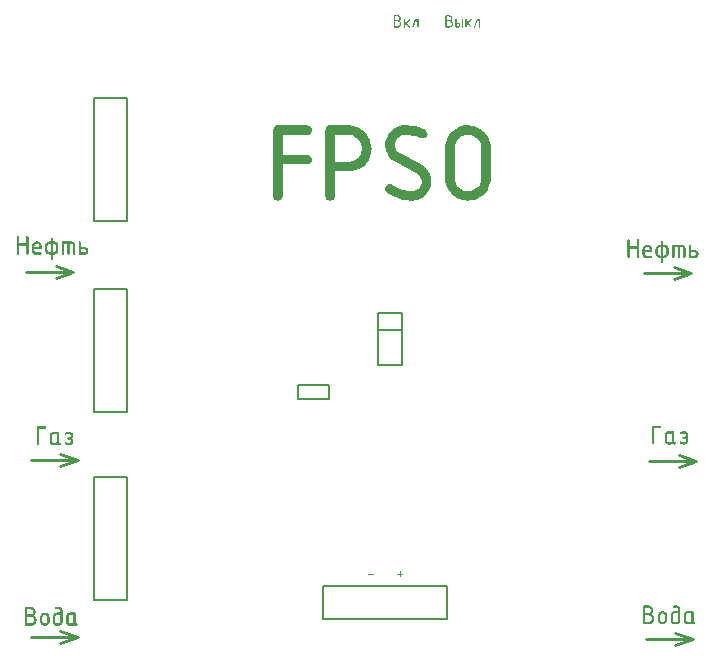
<source format=gto>
G04 Layer_Color=65535*
%FSLAX44Y44*%
%MOMM*%
G71*
G01*
G75*
%ADD23C,0.2540*%
%ADD24C,0.2000*%
G36*
X355554Y613835D02*
X355652Y613796D01*
X355729Y613718D01*
X355827Y613640D01*
X355886Y613503D01*
X355905Y613327D01*
Y613288D01*
X355886Y613210D01*
X355846Y613074D01*
X355749Y612957D01*
X353447Y610635D01*
X355807Y607319D01*
X355827Y607300D01*
X355866Y607222D01*
X355886Y607124D01*
X355905Y607007D01*
Y606988D01*
Y606929D01*
X355886Y606851D01*
X355846Y606754D01*
X355769Y606656D01*
X355690Y606578D01*
X355554Y606520D01*
X355378Y606500D01*
X355339D01*
X355222Y606520D01*
X355086Y606598D01*
X355008Y606637D01*
X354949Y606715D01*
X352686Y609875D01*
X351711Y608899D01*
Y607007D01*
Y606988D01*
Y606929D01*
X351692Y606851D01*
X351652Y606754D01*
X351575Y606656D01*
X351496Y606578D01*
X351360Y606520D01*
X351184Y606500D01*
X351106D01*
X351009Y606520D01*
X350931Y606558D01*
X350833Y606617D01*
X350736Y606715D01*
X350677Y606832D01*
X350658Y607007D01*
Y613327D01*
Y613347D01*
Y613406D01*
X350677Y613503D01*
X350716Y613601D01*
X350794Y613679D01*
X350872Y613776D01*
X351009Y613835D01*
X351184Y613854D01*
X351262D01*
X351360Y613835D01*
X351457Y613796D01*
X351535Y613718D01*
X351633Y613640D01*
X351692Y613503D01*
X351711Y613327D01*
Y610401D01*
X355008Y613698D01*
X355027Y613718D01*
X355105Y613776D01*
X355222Y613835D01*
X355378Y613854D01*
X355456D01*
X355554Y613835D01*
D02*
G37*
G36*
X324896Y143667D02*
X324994Y143628D01*
X325072Y143550D01*
X325169Y143472D01*
X325228Y143336D01*
X325247Y143160D01*
Y143141D01*
Y143082D01*
X325228Y142985D01*
X325189Y142907D01*
X325111Y142809D01*
X325033Y142711D01*
X324896Y142653D01*
X324721Y142633D01*
X320429D01*
X320351Y142653D01*
X320254Y142692D01*
X320156Y142770D01*
X320078Y142848D01*
X320019Y142985D01*
X320000Y143160D01*
Y143180D01*
Y143238D01*
X320019Y143336D01*
X320059Y143433D01*
X320117Y143511D01*
X320215Y143609D01*
X320332Y143667D01*
X320507Y143687D01*
X324799D01*
X324896Y143667D01*
D02*
G37*
G36*
X347809Y146281D02*
X347907Y146242D01*
X347985Y146164D01*
X348082Y146086D01*
X348141Y145950D01*
X348160Y145774D01*
Y144214D01*
X349818D01*
X349916Y144194D01*
X350013Y144155D01*
X350091Y144077D01*
X350189Y143999D01*
X350247Y143862D01*
X350267Y143687D01*
Y143667D01*
Y143609D01*
X350247Y143511D01*
X350208Y143433D01*
X350130Y143336D01*
X350052Y143238D01*
X349916Y143180D01*
X349740Y143160D01*
X348160D01*
Y141580D01*
Y141561D01*
Y141502D01*
X348141Y141404D01*
X348102Y141327D01*
X348024Y141229D01*
X347946Y141131D01*
X347809Y141073D01*
X347634Y141053D01*
X347555D01*
X347458Y141073D01*
X347380Y141112D01*
X347282Y141190D01*
X347185Y141268D01*
X347126Y141404D01*
X347107Y141580D01*
Y143160D01*
X345449D01*
X345351Y143180D01*
X345273Y143219D01*
X345176Y143297D01*
X345078Y143375D01*
X345019Y143511D01*
X345000Y143687D01*
Y143706D01*
Y143765D01*
X345019Y143862D01*
X345059Y143960D01*
X345136Y144038D01*
X345215Y144136D01*
X345351Y144194D01*
X345527Y144214D01*
X347107D01*
Y145774D01*
Y145794D01*
Y145852D01*
X347126Y145950D01*
X347165Y146047D01*
X347243Y146125D01*
X347321Y146223D01*
X347458Y146281D01*
X347634Y146301D01*
X347711D01*
X347809Y146281D01*
D02*
G37*
G36*
X407711Y613835D02*
X407809Y613796D01*
X407887Y613718D01*
X407985Y613640D01*
X408043Y613503D01*
X408063Y613327D01*
Y613288D01*
X408043Y613210D01*
X408004Y613074D01*
X407907Y612957D01*
X405605Y610635D01*
X407965Y607319D01*
X407985Y607300D01*
X408024Y607222D01*
X408043Y607124D01*
X408063Y607007D01*
Y606988D01*
Y606929D01*
X408043Y606851D01*
X408004Y606754D01*
X407926Y606656D01*
X407848Y606578D01*
X407711Y606520D01*
X407536Y606500D01*
X407497D01*
X407380Y606520D01*
X407243Y606598D01*
X407165Y606637D01*
X407107Y606715D01*
X404844Y609875D01*
X403869Y608899D01*
Y607007D01*
Y606988D01*
Y606929D01*
X403849Y606851D01*
X403810Y606754D01*
X403732Y606656D01*
X403654Y606578D01*
X403517Y606520D01*
X403342Y606500D01*
X403264D01*
X403166Y606520D01*
X403088Y606558D01*
X402991Y606617D01*
X402893Y606715D01*
X402835Y606832D01*
X402815Y607007D01*
Y613327D01*
Y613347D01*
Y613406D01*
X402835Y613503D01*
X402874Y613601D01*
X402952Y613679D01*
X403030Y613776D01*
X403166Y613835D01*
X403342Y613854D01*
X403420D01*
X403517Y613835D01*
X403615Y613796D01*
X403693Y613718D01*
X403791Y613640D01*
X403849Y613503D01*
X403869Y613327D01*
Y610401D01*
X407165Y613698D01*
X407185Y613718D01*
X407263Y613776D01*
X407380Y613835D01*
X407536Y613854D01*
X407614D01*
X407711Y613835D01*
D02*
G37*
G36*
X345586Y616995D02*
X345781Y616975D01*
X346034Y616917D01*
X346347Y616839D01*
X346659Y616702D01*
X346971Y616507D01*
X347263Y616254D01*
X347302Y616215D01*
X347380Y616117D01*
X347497Y615961D01*
X347654Y615727D01*
X347790Y615454D01*
X347907Y615142D01*
X347985Y614791D01*
X348024Y614381D01*
Y614361D01*
Y614322D01*
Y614264D01*
X348005Y614166D01*
X347966Y613932D01*
X347907Y613659D01*
X347790Y613327D01*
X347615Y612976D01*
X347497Y612820D01*
X347380Y612645D01*
X347224Y612489D01*
X347049Y612333D01*
X347068Y612313D01*
X347107Y612294D01*
X347185Y612235D01*
X347283Y612157D01*
X347400Y612079D01*
X347517Y611962D01*
X347654Y611825D01*
X347810Y611669D01*
X347946Y611474D01*
X348083Y611279D01*
X348200Y611065D01*
X348317Y610811D01*
X348414Y610558D01*
X348492Y610265D01*
X348531Y609972D01*
X348551Y609641D01*
Y609621D01*
Y609582D01*
Y609524D01*
X348531Y609426D01*
Y609309D01*
X348512Y609173D01*
X348434Y608880D01*
X348317Y608529D01*
X348161Y608158D01*
X347927Y607768D01*
X347771Y607592D01*
X347615Y607417D01*
X347595D01*
X347575Y607378D01*
X347517Y607339D01*
X347458Y607280D01*
X347263Y607124D01*
X346990Y606968D01*
X346678Y606793D01*
X346288Y606637D01*
X345859Y606539D01*
X345625Y606520D01*
X345391Y606500D01*
X342679D01*
X342601Y606520D01*
X342504Y606558D01*
X342406Y606617D01*
X342328Y606715D01*
X342270Y606832D01*
X342250Y607007D01*
Y616488D01*
Y616507D01*
Y616566D01*
X342270Y616663D01*
X342309Y616761D01*
X342367Y616839D01*
X342465Y616936D01*
X342582Y616995D01*
X342757Y617014D01*
X345508D01*
X345586Y616995D01*
D02*
G37*
G36*
X362908Y613835D02*
X363006Y613796D01*
X363084Y613718D01*
X363181Y613640D01*
X363240Y613503D01*
X363259Y613327D01*
Y607007D01*
Y606988D01*
Y606929D01*
X363240Y606851D01*
X363201Y606754D01*
X363123Y606656D01*
X363045Y606578D01*
X362908Y606520D01*
X362733Y606500D01*
X362654D01*
X362557Y606520D01*
X362479Y606558D01*
X362381Y606617D01*
X362284Y606715D01*
X362225Y606832D01*
X362206Y607007D01*
Y612801D01*
X360996D01*
X359026Y606851D01*
Y606832D01*
X359007Y606793D01*
X358929Y606676D01*
X358851Y606617D01*
X358773Y606558D01*
X358675Y606520D01*
X358539Y606500D01*
X358461D01*
X358363Y606520D01*
X358285Y606558D01*
X358187Y606637D01*
X358090Y606715D01*
X358031Y606851D01*
X358012Y607027D01*
Y607046D01*
Y607085D01*
X358031Y607183D01*
X360099Y613425D01*
Y613445D01*
X360138Y613484D01*
X360177Y613562D01*
X360216Y613640D01*
X360294Y613718D01*
X360392Y613796D01*
X360489Y613835D01*
X360626Y613854D01*
X362811D01*
X362908Y613835D01*
D02*
G37*
G36*
X354124Y523741D02*
X355178Y523623D01*
X356350Y523506D01*
X357639Y523389D01*
X360451Y522920D01*
X363380Y522335D01*
X366075Y521397D01*
X367364Y520811D01*
X368536Y520225D01*
X368653Y520108D01*
X368887Y519991D01*
X369239Y519640D01*
X369707Y519288D01*
X370528Y518116D01*
X370762Y517413D01*
X370879Y516593D01*
Y516476D01*
Y516359D01*
X370762Y515656D01*
X370410Y514719D01*
X369707Y513781D01*
X369473Y513547D01*
X368887Y513195D01*
X367950Y512844D01*
X366778Y512609D01*
X366310D01*
X365841Y512727D01*
X365138Y512961D01*
X365021D01*
X364786Y513078D01*
X364435Y513195D01*
X363966Y513430D01*
X363263Y513664D01*
X362560Y513898D01*
X360802Y514367D01*
X358693Y514836D01*
X356350Y515304D01*
X353889Y515656D01*
X351312Y515773D01*
X350726D01*
X350140Y515656D01*
X349320Y515421D01*
X348382Y515187D01*
X347445Y514719D01*
X346390Y514133D01*
X345453Y513312D01*
X345336Y513195D01*
X345102Y512844D01*
X344750Y512375D01*
X344282Y511672D01*
X343813Y510735D01*
X343461Y509797D01*
X343227Y508626D01*
X343110Y507337D01*
Y507102D01*
X343227Y506517D01*
X343344Y505579D01*
X343696Y504525D01*
X344164Y503236D01*
X344985Y502064D01*
X346039Y500892D01*
X347562Y499955D01*
X364903Y491050D01*
X365021D01*
X365255Y490816D01*
X365724Y490581D01*
X366310Y490113D01*
X367833Y489058D01*
X369473Y487418D01*
X370293Y486480D01*
X371114Y485426D01*
X371934Y484254D01*
X372637Y482848D01*
X373223Y481442D01*
X373691Y479919D01*
X373926Y478161D01*
X374043Y476404D01*
Y476287D01*
Y476052D01*
Y475701D01*
X373926Y475232D01*
X373808Y474060D01*
X373457Y472420D01*
X372871Y470545D01*
X371934Y468671D01*
X370762Y466679D01*
X369122Y464804D01*
X368887Y464570D01*
X368301Y464101D01*
X367247Y463281D01*
X365841Y462461D01*
X364200Y461523D01*
X362209Y460703D01*
X359865Y460234D01*
X357405Y460000D01*
X356233D01*
X355413Y460117D01*
X354358Y460234D01*
X353186Y460351D01*
X351898Y460586D01*
X350374Y460820D01*
X347211Y461640D01*
X345453Y462226D01*
X343696Y462929D01*
X341821Y463749D01*
X340063Y464687D01*
X338306Y465741D01*
X336548Y466913D01*
X336431Y467030D01*
X336314Y467147D01*
X335728Y467850D01*
X335142Y468788D01*
X335025Y469491D01*
X334908Y470194D01*
Y470311D01*
Y470428D01*
X335025Y471131D01*
X335377Y472068D01*
X336080Y473006D01*
X336314Y473240D01*
X336900Y473592D01*
X337720Y473943D01*
X338892Y474178D01*
X339126D01*
X339595Y474060D01*
X340298Y473943D01*
X341118Y473475D01*
X341235Y473357D01*
X341704Y473240D01*
X342290Y472771D01*
X343227Y472303D01*
X344399Y471717D01*
X345922Y471014D01*
X347679Y470194D01*
X349671Y469256D01*
X349789D01*
X350257Y469022D01*
X350960Y468905D01*
X352015Y468671D01*
X353069Y468436D01*
X354475Y468319D01*
X355881Y468085D01*
X357990D01*
X358693Y468202D01*
X359514Y468436D01*
X360451Y468671D01*
X361388Y469022D01*
X362443Y469608D01*
X363380Y470428D01*
X363497Y470545D01*
X363732Y470897D01*
X364200Y471366D01*
X364669Y472068D01*
X365021Y473006D01*
X365489Y473943D01*
X365724Y475115D01*
X365841Y476404D01*
Y476521D01*
Y476638D01*
X365724Y477224D01*
X365606Y478161D01*
X365255Y479216D01*
X364669Y480388D01*
X363849Y481676D01*
X362677Y482848D01*
X361154Y483786D01*
X343696Y492691D01*
X343578Y492808D01*
X343344Y492925D01*
X342875Y493159D01*
X342290Y493628D01*
X340883Y494682D01*
X339360Y496323D01*
X338540Y497260D01*
X337720Y498315D01*
X336900Y499486D01*
X336314Y500892D01*
X335728Y502298D01*
X335259Y503822D01*
X335025Y505579D01*
X334908Y507337D01*
Y507454D01*
Y507688D01*
Y508040D01*
X335025Y508508D01*
X335142Y509797D01*
X335494Y511320D01*
X336080Y513195D01*
X336900Y515070D01*
X338072Y517062D01*
X339712Y518937D01*
X339946Y519171D01*
X340532Y519757D01*
X341587Y520460D01*
X342993Y521397D01*
X344633Y522335D01*
X346625Y523038D01*
X348851Y523623D01*
X351312Y523858D01*
X353186D01*
X354124Y523741D01*
D02*
G37*
G36*
X52800Y428629D02*
X52946Y428600D01*
X53151Y428542D01*
X53356Y428395D01*
X53503Y428219D01*
X53620Y427985D01*
X53678Y427634D01*
Y425555D01*
X53913D01*
X54147Y425525D01*
X54469D01*
X54791Y425467D01*
X55143Y425408D01*
X55494Y425350D01*
X55787Y425232D01*
X55845Y425203D01*
X55992Y425145D01*
X56197Y425027D01*
X56460Y424881D01*
X56753Y424647D01*
X57046Y424383D01*
X57368Y424090D01*
X57632Y423709D01*
X57661Y423651D01*
X57749Y423534D01*
X57866Y423329D01*
X57983Y423036D01*
X58101Y422714D01*
X58218Y422333D01*
X58306Y421894D01*
X58335Y421454D01*
Y418350D01*
Y418321D01*
Y418262D01*
Y418174D01*
X58306Y418057D01*
X58276Y417764D01*
X58188Y417354D01*
X58042Y416886D01*
X57808Y416417D01*
X57515Y415919D01*
X57105Y415451D01*
X57046Y415392D01*
X56900Y415275D01*
X56636Y415070D01*
X56285Y414865D01*
X55875Y414631D01*
X55377Y414426D01*
X54791Y414309D01*
X54176Y414250D01*
X53678D01*
Y410619D01*
Y410589D01*
X53649Y410472D01*
X53620Y410296D01*
X53561Y410121D01*
X53415Y409916D01*
X53239Y409769D01*
X52976Y409652D01*
X52624Y409594D01*
X52595D01*
X52478Y409623D01*
X52302Y409652D01*
X52126Y409711D01*
X51950Y409857D01*
X51775Y410033D01*
X51658Y410267D01*
X51628Y410619D01*
Y414250D01*
X50896D01*
X50779Y414279D01*
X50486Y414309D01*
X50076Y414396D01*
X49608Y414543D01*
X49139Y414748D01*
X48641Y415041D01*
X48172Y415421D01*
X48114Y415480D01*
X47997Y415626D01*
X47792Y415890D01*
X47587Y416241D01*
X47352Y416651D01*
X47147Y417179D01*
X47030Y417735D01*
X46972Y418350D01*
Y421425D01*
Y421454D01*
Y421513D01*
Y421601D01*
X47001Y421718D01*
X47030Y422040D01*
X47118Y422450D01*
X47265Y422889D01*
X47470Y423387D01*
X47762Y423885D01*
X48172Y424354D01*
X48231Y424412D01*
X48378Y424529D01*
X48641Y424734D01*
X48993Y424969D01*
X49403Y425174D01*
X49900Y425379D01*
X50457Y425496D01*
X51072Y425555D01*
X51628D01*
Y427634D01*
Y427692D01*
X51658Y427809D01*
X51687Y427956D01*
X51746Y428161D01*
X51863Y428337D01*
X52038Y428512D01*
X52302Y428629D01*
X52624Y428659D01*
X52683D01*
X52800Y428629D01*
D02*
G37*
G36*
X40295Y425525D02*
X40617Y425496D01*
X41027Y425408D01*
X41466Y425262D01*
X41964Y425057D01*
X42462Y424764D01*
X42930Y424354D01*
X42989Y424295D01*
X43106Y424149D01*
X43311Y423885D01*
X43545Y423534D01*
X43750Y423124D01*
X43955Y422626D01*
X44072Y422069D01*
X44131Y421454D01*
Y418907D01*
X37952D01*
Y417589D01*
Y417559D01*
Y417501D01*
X37981Y417384D01*
X38010Y417267D01*
X38127Y416974D01*
X38215Y416798D01*
X38332Y416651D01*
X38362Y416622D01*
X38391Y416593D01*
X38479Y416534D01*
X38596Y416476D01*
X38860Y416329D01*
X39035Y416300D01*
X39211Y416271D01*
X43135D01*
X43253Y416241D01*
X43399Y416212D01*
X43604Y416154D01*
X43809Y416007D01*
X43955Y415831D01*
X44072Y415597D01*
X44131Y415246D01*
Y415216D01*
X44102Y415099D01*
X44072Y414924D01*
X44014Y414748D01*
X43868Y414572D01*
X43692Y414396D01*
X43428Y414279D01*
X43077Y414250D01*
X39152D01*
X38977Y414279D01*
X38713Y414309D01*
X38391Y414367D01*
X38010Y414484D01*
X37629Y414660D01*
X37220Y414865D01*
X36839Y415187D01*
X36809Y415246D01*
X36692Y415363D01*
X36546Y415568D01*
X36370Y415861D01*
X36195Y416183D01*
X36048Y416593D01*
X35931Y417062D01*
X35902Y417559D01*
Y421425D01*
Y421454D01*
Y421513D01*
Y421601D01*
X35931Y421718D01*
X35960Y422040D01*
X36048Y422450D01*
X36195Y422889D01*
X36400Y423387D01*
X36692Y423885D01*
X37073Y424354D01*
X37132Y424412D01*
X37278Y424529D01*
X37542Y424734D01*
X37893Y424969D01*
X38303Y425174D01*
X38830Y425379D01*
X39387Y425496D01*
X40002Y425555D01*
X40177D01*
X40295Y425525D01*
D02*
G37*
G36*
X269410Y523741D02*
X269996Y523623D01*
X270816Y523389D01*
X271636Y522803D01*
X272222Y522100D01*
X272691Y521163D01*
X272925Y519757D01*
Y519640D01*
X272808Y519171D01*
X272691Y518468D01*
X272456Y517765D01*
X271870Y517062D01*
X271167Y516359D01*
X270113Y515890D01*
X268707Y515773D01*
X248202D01*
Y499018D01*
X268941D01*
X269410Y498900D01*
X269996Y498783D01*
X270816Y498549D01*
X271636Y497963D01*
X272222Y497260D01*
X272691Y496323D01*
X272925Y494917D01*
Y494799D01*
X272808Y494331D01*
X272691Y493628D01*
X272456Y492925D01*
X271870Y492222D01*
X271167Y491519D01*
X270113Y491050D01*
X268707Y490933D01*
X248202D01*
Y463984D01*
Y463867D01*
X248085Y463398D01*
X247968Y462695D01*
X247733Y461992D01*
X247147Y461289D01*
X246444Y460586D01*
X245390Y460117D01*
X243984Y460000D01*
X243867D01*
X243398Y460117D01*
X242695Y460234D01*
X241992Y460469D01*
X241289Y460937D01*
X240586Y461640D01*
X240117Y462695D01*
X240000Y463984D01*
Y519757D01*
Y519991D01*
X240117Y520460D01*
X240234Y521046D01*
X240469Y521866D01*
X240937Y522569D01*
X241640Y523272D01*
X242695Y523741D01*
X243984Y523858D01*
X268941D01*
X269410Y523741D01*
D02*
G37*
G36*
X305147D02*
X305850D01*
X306670Y523506D01*
X308545Y523155D01*
X310771Y522452D01*
X313114Y521397D01*
X314286Y520811D01*
X315458Y519991D01*
X316629Y519171D01*
X317684Y518116D01*
X317801Y517999D01*
X317918Y517882D01*
X318270Y517531D01*
X318621Y517062D01*
X319559Y515890D01*
X320613Y514250D01*
X321668Y512258D01*
X322488Y509915D01*
X323191Y507220D01*
X323308Y505813D01*
X323425Y504290D01*
Y504173D01*
Y503939D01*
Y503470D01*
X323308Y502884D01*
Y502064D01*
X323191Y501244D01*
X322722Y499252D01*
X322136Y497026D01*
X321082Y494682D01*
X319793Y492339D01*
X318855Y491167D01*
X317918Y490113D01*
X317801D01*
X317684Y489878D01*
X317332Y489644D01*
X316981Y489292D01*
X315809Y488355D01*
X314169Y487418D01*
X312060Y486480D01*
X309716Y485543D01*
X306904Y484957D01*
X305381Y484840D01*
X303741Y484723D01*
X292492D01*
Y463984D01*
Y463867D01*
X292375Y463398D01*
X292258Y462695D01*
X292024Y461992D01*
X291438Y461289D01*
X290735Y460586D01*
X289680Y460117D01*
X288274Y460000D01*
X288157D01*
X287688Y460117D01*
X286985Y460234D01*
X286282Y460469D01*
X285579Y460937D01*
X284876Y461640D01*
X284408Y462695D01*
X284290Y463984D01*
Y519757D01*
Y519991D01*
X284408Y520460D01*
X284525Y521046D01*
X284759Y521866D01*
X285228Y522569D01*
X285931Y523272D01*
X286985Y523741D01*
X288274Y523858D01*
X304561D01*
X305147Y523741D01*
D02*
G37*
G36*
X406382D02*
X407085D01*
X407905Y523506D01*
X409780Y523155D01*
X412006Y522452D01*
X414349Y521397D01*
X415521Y520811D01*
X416693Y519991D01*
X417864Y519171D01*
X418919Y518116D01*
X419036Y517999D01*
X419153Y517882D01*
X419505Y517531D01*
X419856Y517062D01*
X420794Y515890D01*
X421848Y514250D01*
X422903Y512258D01*
X423723Y509915D01*
X424426Y507220D01*
X424543Y505813D01*
X424660Y504290D01*
Y479450D01*
Y479333D01*
Y479099D01*
Y478630D01*
X424543Y478044D01*
Y477458D01*
X424309Y476638D01*
X423957Y474646D01*
X423254Y472537D01*
X422200Y470194D01*
X421614Y469022D01*
X420794Y467850D01*
X419973Y466679D01*
X418919Y465624D01*
X418802Y465507D01*
X418685Y465390D01*
X418333Y465155D01*
X417864Y464804D01*
X416693Y463867D01*
X415052Y462812D01*
X412943Y461758D01*
X410600Y460937D01*
X407905Y460234D01*
X406499Y460117D01*
X404976Y460000D01*
X404156D01*
X403570Y460117D01*
X402984D01*
X402164Y460351D01*
X400172Y460703D01*
X398063Y461406D01*
X395719Y462343D01*
X393376Y463749D01*
X392204Y464687D01*
X391150Y465624D01*
X391032Y465741D01*
X390915Y465858D01*
X390681Y466210D01*
X390329Y466679D01*
X389392Y467850D01*
X388338Y469491D01*
X387283Y471483D01*
X386463Y473826D01*
X385760Y476521D01*
X385643Y477927D01*
X385525Y479450D01*
Y504290D01*
Y504408D01*
Y504642D01*
Y505111D01*
X385643Y505696D01*
Y506399D01*
X385877Y507102D01*
X386228Y509094D01*
X386931Y511203D01*
X387869Y513547D01*
X389275Y515890D01*
X390212Y517062D01*
X391150Y518116D01*
X391267Y518234D01*
X391384Y518351D01*
X391735Y518702D01*
X392204Y519054D01*
X393376Y519991D01*
X395016Y521046D01*
X397008Y522100D01*
X399352Y522920D01*
X402046Y523623D01*
X403452Y523741D01*
X404976Y523858D01*
X405796D01*
X406382Y523741D01*
D02*
G37*
G36*
X595143Y112525D02*
X595289Y112496D01*
X595494Y112437D01*
X595699Y112291D01*
X595846Y112115D01*
X595963Y111881D01*
X596021Y111530D01*
Y103798D01*
Y103769D01*
Y103710D01*
X596051Y103622D01*
X596109Y103534D01*
X596197Y103417D01*
X596344Y103329D01*
X596519Y103271D01*
X596783Y103242D01*
X596900D01*
X597047Y103183D01*
X597193Y103124D01*
X597310Y103007D01*
X597457Y102831D01*
X597544Y102568D01*
X597574Y102246D01*
Y102217D01*
X597544Y102099D01*
X597515Y101924D01*
X597457Y101748D01*
X597310Y101572D01*
X597134Y101397D01*
X596871Y101279D01*
X596519Y101250D01*
X596314D01*
X596109Y101309D01*
X595846Y101367D01*
X595582Y101455D01*
X595260Y101601D01*
X594996Y101806D01*
X594733Y102070D01*
X594704Y102041D01*
X594586Y101953D01*
X594440Y101806D01*
X594206Y101660D01*
X593913Y101514D01*
X593561Y101367D01*
X593122Y101279D01*
X592654Y101250D01*
X591043D01*
X590867Y101279D01*
X590603Y101309D01*
X590281Y101367D01*
X589901Y101484D01*
X589520Y101660D01*
X589110Y101865D01*
X588729Y102187D01*
X588700Y102246D01*
X588583Y102363D01*
X588436Y102568D01*
X588261Y102861D01*
X588085Y103183D01*
X587938Y103593D01*
X587821Y104061D01*
X587792Y104559D01*
Y109216D01*
Y109245D01*
Y109275D01*
X587821Y109450D01*
X587851Y109714D01*
X587909Y110036D01*
X588026Y110417D01*
X588202Y110797D01*
X588407Y111207D01*
X588729Y111588D01*
X588788Y111617D01*
X588905Y111735D01*
X589110Y111881D01*
X589403Y112086D01*
X589725Y112262D01*
X590135Y112408D01*
X590603Y112525D01*
X591101Y112555D01*
X595026D01*
X595143Y112525D01*
D02*
G37*
G36*
X35154Y115932D02*
X35477Y115902D01*
X35886Y115815D01*
X36355Y115668D01*
X36853Y115463D01*
X37351Y115170D01*
X37819Y114760D01*
X37878Y114702D01*
X37995Y114555D01*
X38200Y114292D01*
X38434Y113940D01*
X38639Y113530D01*
X38844Y113032D01*
X38962Y112447D01*
X39020Y111832D01*
Y111802D01*
Y111744D01*
Y111656D01*
X38991Y111510D01*
X38932Y111158D01*
X38844Y110719D01*
X38669Y110250D01*
X38405Y109752D01*
X38229Y109489D01*
X38054Y109254D01*
X37819Y109049D01*
X37556Y108844D01*
X37585D01*
X37644Y108786D01*
X37761Y108727D01*
X37907Y108610D01*
X38083Y108464D01*
X38259Y108317D01*
X38464Y108112D01*
X38669Y107878D01*
X38874Y107614D01*
X39079Y107322D01*
X39254Y106999D01*
X39430Y106648D01*
X39577Y106238D01*
X39694Y105828D01*
X39752Y105359D01*
X39782Y104861D01*
Y104832D01*
Y104774D01*
Y104656D01*
X39752Y104510D01*
Y104364D01*
X39694Y104159D01*
X39606Y103661D01*
X39430Y103134D01*
X39167Y102548D01*
X39020Y102255D01*
X38815Y101962D01*
X38610Y101669D01*
X38347Y101406D01*
X38317Y101376D01*
X38288Y101347D01*
X38200Y101289D01*
X38083Y101201D01*
X37790Y100966D01*
X37380Y100703D01*
X36853Y100439D01*
X36267Y100234D01*
X35594Y100059D01*
X35242Y100029D01*
X34862Y100000D01*
X30966D01*
X30849Y100029D01*
X30674Y100059D01*
X30498Y100117D01*
X30322Y100234D01*
X30146Y100410D01*
X30029Y100674D01*
X30000Y100996D01*
Y114936D01*
Y114994D01*
X30029Y115112D01*
X30059Y115258D01*
X30117Y115463D01*
X30234Y115639D01*
X30410Y115815D01*
X30674Y115932D01*
X30996Y115961D01*
X35037D01*
X35154Y115932D01*
D02*
G37*
G36*
X47045Y111275D02*
X47367Y111246D01*
X47777Y111158D01*
X48216Y111012D01*
X48714Y110807D01*
X49212Y110514D01*
X49680Y110104D01*
X49739Y110045D01*
X49856Y109899D01*
X50061Y109635D01*
X50295Y109284D01*
X50500Y108874D01*
X50705Y108376D01*
X50823Y107790D01*
X50881Y107175D01*
Y104100D01*
Y104071D01*
Y104012D01*
Y103924D01*
X50852Y103807D01*
X50823Y103514D01*
X50735Y103104D01*
X50588Y102636D01*
X50354Y102167D01*
X50061Y101669D01*
X49651Y101201D01*
X49592Y101142D01*
X49446Y101025D01*
X49183Y100820D01*
X48831Y100615D01*
X48421Y100381D01*
X47923Y100176D01*
X47367Y100059D01*
X46752Y100000D01*
X46576D01*
X46459Y100029D01*
X46137Y100059D01*
X45727Y100146D01*
X45287Y100293D01*
X44790Y100498D01*
X44292Y100791D01*
X43823Y101172D01*
X43765Y101230D01*
X43647Y101376D01*
X43442Y101640D01*
X43237Y101992D01*
X43032Y102402D01*
X42827Y102929D01*
X42710Y103485D01*
X42652Y104100D01*
Y107175D01*
Y107204D01*
Y107263D01*
Y107351D01*
X42681Y107468D01*
X42710Y107790D01*
X42798Y108200D01*
X42944Y108639D01*
X43149Y109137D01*
X43442Y109635D01*
X43823Y110104D01*
X43882Y110162D01*
X44028Y110280D01*
X44292Y110485D01*
X44643Y110719D01*
X45053Y110924D01*
X45580Y111129D01*
X46137Y111246D01*
X46752Y111305D01*
X46927D01*
X47045Y111275D01*
D02*
G37*
G36*
X558154Y117182D02*
X558477Y117153D01*
X558887Y117065D01*
X559355Y116918D01*
X559853Y116713D01*
X560351Y116420D01*
X560820Y116010D01*
X560878Y115952D01*
X560995Y115805D01*
X561200Y115542D01*
X561435Y115190D01*
X561640Y114780D01*
X561844Y114282D01*
X561962Y113697D01*
X562020Y113082D01*
Y113052D01*
Y112994D01*
Y112906D01*
X561991Y112760D01*
X561932Y112408D01*
X561844Y111969D01*
X561669Y111500D01*
X561405Y111002D01*
X561230Y110739D01*
X561054Y110505D01*
X560820Y110300D01*
X560556Y110094D01*
X560585D01*
X560644Y110036D01*
X560761Y109977D01*
X560907Y109860D01*
X561083Y109714D01*
X561259Y109567D01*
X561464Y109362D01*
X561669Y109128D01*
X561874Y108864D01*
X562079Y108572D01*
X562254Y108250D01*
X562430Y107898D01*
X562577Y107488D01*
X562694Y107078D01*
X562752Y106609D01*
X562782Y106112D01*
Y106082D01*
Y106024D01*
Y105907D01*
X562752Y105760D01*
Y105614D01*
X562694Y105409D01*
X562606Y104911D01*
X562430Y104384D01*
X562167Y103798D01*
X562020Y103505D01*
X561815Y103212D01*
X561610Y102919D01*
X561347Y102656D01*
X561317Y102626D01*
X561288Y102597D01*
X561200Y102539D01*
X561083Y102451D01*
X560790Y102217D01*
X560380Y101953D01*
X559853Y101689D01*
X559267Y101484D01*
X558594Y101309D01*
X558242Y101279D01*
X557862Y101250D01*
X553966D01*
X553849Y101279D01*
X553674Y101309D01*
X553498Y101367D01*
X553322Y101484D01*
X553147Y101660D01*
X553029Y101924D01*
X553000Y102246D01*
Y116186D01*
Y116245D01*
X553029Y116362D01*
X553059Y116508D01*
X553117Y116713D01*
X553234Y116889D01*
X553410Y117065D01*
X553674Y117182D01*
X553996Y117211D01*
X558037D01*
X558154Y117182D01*
D02*
G37*
G36*
X570045Y112525D02*
X570367Y112496D01*
X570777Y112408D01*
X571216Y112262D01*
X571714Y112057D01*
X572212Y111764D01*
X572680Y111354D01*
X572739Y111295D01*
X572856Y111149D01*
X573061Y110885D01*
X573295Y110534D01*
X573500Y110124D01*
X573705Y109626D01*
X573823Y109040D01*
X573881Y108425D01*
Y105350D01*
Y105321D01*
Y105262D01*
Y105174D01*
X573852Y105057D01*
X573823Y104764D01*
X573735Y104354D01*
X573588Y103886D01*
X573354Y103417D01*
X573061Y102919D01*
X572651Y102451D01*
X572593Y102392D01*
X572446Y102275D01*
X572183Y102070D01*
X571831Y101865D01*
X571421Y101631D01*
X570923Y101426D01*
X570367Y101309D01*
X569752Y101250D01*
X569576D01*
X569459Y101279D01*
X569137Y101309D01*
X568727Y101397D01*
X568287Y101543D01*
X567790Y101748D01*
X567292Y102041D01*
X566823Y102422D01*
X566765Y102480D01*
X566647Y102626D01*
X566442Y102890D01*
X566237Y103242D01*
X566032Y103652D01*
X565827Y104179D01*
X565710Y104735D01*
X565652Y105350D01*
Y108425D01*
Y108455D01*
Y108513D01*
Y108601D01*
X565681Y108718D01*
X565710Y109040D01*
X565798Y109450D01*
X565945Y109889D01*
X566149Y110387D01*
X566442Y110885D01*
X566823Y111354D01*
X566882Y111412D01*
X567028Y111530D01*
X567292Y111735D01*
X567643Y111969D01*
X568053Y112174D01*
X568580Y112379D01*
X569137Y112496D01*
X569752Y112555D01*
X569927D01*
X570045Y112525D01*
D02*
G37*
G36*
X582081Y117153D02*
X582403Y117094D01*
X582784Y116977D01*
X583165Y116801D01*
X583575Y116538D01*
X583956Y116215D01*
X583985Y116186D01*
X584102Y116040D01*
X584278Y115835D01*
X584453Y115571D01*
X584629Y115220D01*
X584805Y114810D01*
X584922Y114370D01*
X584951Y113872D01*
Y104559D01*
Y104530D01*
Y104501D01*
Y104325D01*
X584893Y104061D01*
X584834Y103739D01*
X584717Y103388D01*
X584541Y102978D01*
X584278Y102597D01*
X583956Y102217D01*
X583926Y102187D01*
X583780Y102070D01*
X583575Y101924D01*
X583311Y101748D01*
X582960Y101543D01*
X582550Y101397D01*
X582081Y101279D01*
X581583Y101250D01*
X579973D01*
X579797Y101279D01*
X579533Y101309D01*
X579211Y101367D01*
X578830Y101484D01*
X578450Y101660D01*
X578040Y101894D01*
X577659Y102217D01*
X577630Y102275D01*
X577513Y102392D01*
X577366Y102597D01*
X577190Y102861D01*
X577015Y103212D01*
X576868Y103622D01*
X576751Y104061D01*
X576722Y104559D01*
Y109216D01*
Y109245D01*
Y109275D01*
X576751Y109450D01*
X576780Y109714D01*
X576839Y110036D01*
X576956Y110417D01*
X577132Y110797D01*
X577366Y111207D01*
X577688Y111588D01*
X577747Y111617D01*
X577864Y111735D01*
X578069Y111881D01*
X578333Y112086D01*
X578684Y112262D01*
X579094Y112408D01*
X579533Y112525D01*
X580031Y112555D01*
X582901D01*
Y113872D01*
Y113902D01*
Y113960D01*
X582872Y114077D01*
X582843Y114195D01*
X582755Y114517D01*
X582638Y114663D01*
X582520Y114810D01*
X582491Y114839D01*
X582462Y114868D01*
X582374Y114927D01*
X582257Y115015D01*
X581964Y115132D01*
X581788Y115161D01*
X581583Y115190D01*
X579240D01*
X579123Y115220D01*
X578948Y115249D01*
X578772Y115307D01*
X578596Y115425D01*
X578420Y115600D01*
X578303Y115864D01*
X578274Y116186D01*
Y116245D01*
X578303Y116362D01*
X578333Y116508D01*
X578391Y116713D01*
X578508Y116889D01*
X578684Y117065D01*
X578948Y117182D01*
X579270Y117211D01*
X581818D01*
X582081Y117153D01*
D02*
G37*
G36*
X395110Y613835D02*
X395207Y613796D01*
X395285Y613718D01*
X395383Y613640D01*
X395442Y613503D01*
X395461Y613327D01*
Y610714D01*
X396670D01*
X396827Y610675D01*
X397022Y610635D01*
X397256Y610558D01*
X397509Y610460D01*
X397763Y610304D01*
X397997Y610089D01*
X398017Y610070D01*
X398094Y609972D01*
X398192Y609855D01*
X398309Y609680D01*
X398426Y609465D01*
X398524Y609212D01*
X398602Y608919D01*
X398621Y608607D01*
Y608568D01*
Y608451D01*
X398582Y608295D01*
X398543Y608080D01*
X398465Y607846D01*
X398368Y607592D01*
X398212Y607339D01*
X397997Y607105D01*
X397977Y607085D01*
X397880Y607007D01*
X397763Y606910D01*
X397587Y606812D01*
X397373Y606695D01*
X397119Y606598D01*
X396827Y606520D01*
X396514Y606500D01*
X394856D01*
X394759Y606520D01*
X394681Y606558D01*
X394583Y606617D01*
X394486Y606715D01*
X394427Y606832D01*
X394408Y607007D01*
Y613327D01*
Y613347D01*
Y613406D01*
X394427Y613503D01*
X394466Y613601D01*
X394544Y613679D01*
X394622Y613776D01*
X394759Y613835D01*
X394934Y613854D01*
X395012D01*
X395110Y613835D01*
D02*
G37*
G36*
X400357D02*
X400455Y613796D01*
X400533Y613718D01*
X400630Y613640D01*
X400689Y613503D01*
X400708Y613327D01*
Y607007D01*
Y606988D01*
Y606929D01*
X400689Y606851D01*
X400650Y606754D01*
X400572Y606656D01*
X400494Y606578D01*
X400357Y606520D01*
X400182Y606500D01*
X400104D01*
X400006Y606520D01*
X399928Y606558D01*
X399831Y606617D01*
X399733Y606715D01*
X399675Y606832D01*
X399655Y607007D01*
Y613327D01*
Y613347D01*
Y613406D01*
X399675Y613503D01*
X399714Y613601D01*
X399792Y613679D01*
X399870Y613776D01*
X400006Y613835D01*
X400182Y613854D01*
X400260D01*
X400357Y613835D01*
D02*
G37*
G36*
X415066D02*
X415163Y613796D01*
X415241Y613718D01*
X415339Y613640D01*
X415397Y613503D01*
X415417Y613327D01*
Y607007D01*
Y606988D01*
Y606929D01*
X415397Y606851D01*
X415358Y606754D01*
X415280Y606656D01*
X415202Y606578D01*
X415066Y606520D01*
X414890Y606500D01*
X414812D01*
X414715Y606520D01*
X414637Y606558D01*
X414539Y606617D01*
X414441Y606715D01*
X414383Y606832D01*
X414364Y607007D01*
Y612801D01*
X413154D01*
X411184Y606851D01*
Y606832D01*
X411164Y606793D01*
X411086Y606676D01*
X411008Y606617D01*
X410930Y606558D01*
X410833Y606520D01*
X410696Y606500D01*
X410618D01*
X410521Y606520D01*
X410443Y606558D01*
X410345Y606637D01*
X410247Y606715D01*
X410189Y606851D01*
X410169Y607027D01*
Y607046D01*
Y607085D01*
X410189Y607183D01*
X412257Y613425D01*
Y613445D01*
X412296Y613484D01*
X412335Y613562D01*
X412374Y613640D01*
X412452Y613718D01*
X412549Y613796D01*
X412647Y613835D01*
X412783Y613854D01*
X414968D01*
X415066Y613835D01*
D02*
G37*
G36*
X59081Y115902D02*
X59403Y115844D01*
X59784Y115727D01*
X60165Y115551D01*
X60575Y115287D01*
X60956Y114965D01*
X60985Y114936D01*
X61102Y114789D01*
X61278Y114585D01*
X61453Y114321D01*
X61629Y113969D01*
X61805Y113560D01*
X61922Y113120D01*
X61951Y112622D01*
Y103309D01*
Y103280D01*
Y103251D01*
Y103075D01*
X61893Y102811D01*
X61834Y102489D01*
X61717Y102138D01*
X61541Y101728D01*
X61278Y101347D01*
X60956Y100966D01*
X60926Y100937D01*
X60780Y100820D01*
X60575Y100674D01*
X60311Y100498D01*
X59960Y100293D01*
X59550Y100146D01*
X59081Y100029D01*
X58583Y100000D01*
X56973D01*
X56797Y100029D01*
X56533Y100059D01*
X56211Y100117D01*
X55830Y100234D01*
X55450Y100410D01*
X55040Y100644D01*
X54659Y100966D01*
X54630Y101025D01*
X54513Y101142D01*
X54366Y101347D01*
X54190Y101611D01*
X54015Y101962D01*
X53868Y102372D01*
X53751Y102811D01*
X53722Y103309D01*
Y107966D01*
Y107995D01*
Y108024D01*
X53751Y108200D01*
X53780Y108464D01*
X53839Y108786D01*
X53956Y109167D01*
X54132Y109547D01*
X54366Y109957D01*
X54688Y110338D01*
X54747Y110367D01*
X54864Y110485D01*
X55069Y110631D01*
X55333Y110836D01*
X55684Y111012D01*
X56094Y111158D01*
X56533Y111275D01*
X57031Y111305D01*
X59901D01*
Y112622D01*
Y112652D01*
Y112710D01*
X59872Y112827D01*
X59843Y112944D01*
X59755Y113267D01*
X59638Y113413D01*
X59521Y113560D01*
X59491Y113589D01*
X59462Y113618D01*
X59374Y113677D01*
X59257Y113764D01*
X58964Y113882D01*
X58788Y113911D01*
X58583Y113940D01*
X56240D01*
X56123Y113969D01*
X55948Y113999D01*
X55772Y114057D01*
X55596Y114174D01*
X55420Y114350D01*
X55303Y114614D01*
X55274Y114936D01*
Y114994D01*
X55303Y115112D01*
X55333Y115258D01*
X55391Y115463D01*
X55508Y115639D01*
X55684Y115815D01*
X55948Y115932D01*
X56270Y115961D01*
X58818D01*
X59081Y115902D01*
D02*
G37*
G36*
X72143Y111275D02*
X72289Y111246D01*
X72494Y111187D01*
X72699Y111041D01*
X72846Y110865D01*
X72963Y110631D01*
X73021Y110280D01*
Y102548D01*
Y102519D01*
Y102460D01*
X73051Y102372D01*
X73109Y102284D01*
X73197Y102167D01*
X73344Y102079D01*
X73519Y102021D01*
X73783Y101992D01*
X73900D01*
X74046Y101933D01*
X74193Y101874D01*
X74310Y101757D01*
X74456Y101581D01*
X74544Y101318D01*
X74574Y100996D01*
Y100966D01*
X74544Y100849D01*
X74515Y100674D01*
X74456Y100498D01*
X74310Y100322D01*
X74134Y100146D01*
X73871Y100029D01*
X73519Y100000D01*
X73314D01*
X73109Y100059D01*
X72846Y100117D01*
X72582Y100205D01*
X72260Y100351D01*
X71996Y100556D01*
X71733Y100820D01*
X71704Y100791D01*
X71586Y100703D01*
X71440Y100556D01*
X71206Y100410D01*
X70913Y100264D01*
X70561Y100117D01*
X70122Y100029D01*
X69654Y100000D01*
X68043D01*
X67867Y100029D01*
X67604Y100059D01*
X67281Y100117D01*
X66901Y100234D01*
X66520Y100410D01*
X66110Y100615D01*
X65729Y100937D01*
X65700Y100996D01*
X65583Y101113D01*
X65436Y101318D01*
X65261Y101611D01*
X65085Y101933D01*
X64938Y102343D01*
X64821Y102811D01*
X64792Y103309D01*
Y107966D01*
Y107995D01*
Y108024D01*
X64821Y108200D01*
X64851Y108464D01*
X64909Y108786D01*
X65026Y109167D01*
X65202Y109547D01*
X65407Y109957D01*
X65729Y110338D01*
X65788Y110367D01*
X65905Y110485D01*
X66110Y110631D01*
X66403Y110836D01*
X66725Y111012D01*
X67135Y111158D01*
X67604Y111275D01*
X68101Y111305D01*
X72026D01*
X72143Y111275D01*
D02*
G37*
G36*
X389336Y616995D02*
X389531Y616975D01*
X389784Y616917D01*
X390097Y616839D01*
X390409Y616702D01*
X390721Y616507D01*
X391013Y616254D01*
X391052Y616215D01*
X391130Y616117D01*
X391247Y615961D01*
X391404Y615727D01*
X391540Y615454D01*
X391657Y615142D01*
X391735Y614791D01*
X391774Y614381D01*
Y614361D01*
Y614322D01*
Y614264D01*
X391755Y614166D01*
X391716Y613932D01*
X391657Y613659D01*
X391540Y613327D01*
X391365Y612976D01*
X391247Y612820D01*
X391130Y612645D01*
X390974Y612489D01*
X390799Y612333D01*
X390818Y612313D01*
X390857Y612294D01*
X390935Y612235D01*
X391033Y612157D01*
X391150Y612079D01*
X391267Y611962D01*
X391404Y611825D01*
X391560Y611669D01*
X391696Y611474D01*
X391833Y611279D01*
X391950Y611065D01*
X392067Y610811D01*
X392164Y610558D01*
X392242Y610265D01*
X392281Y609972D01*
X392301Y609641D01*
Y609621D01*
Y609582D01*
Y609524D01*
X392281Y609426D01*
Y609309D01*
X392262Y609173D01*
X392184Y608880D01*
X392067Y608529D01*
X391911Y608158D01*
X391677Y607768D01*
X391521Y607592D01*
X391365Y607417D01*
X391345D01*
X391325Y607378D01*
X391267Y607339D01*
X391208Y607280D01*
X391013Y607124D01*
X390740Y606968D01*
X390428Y606793D01*
X390038Y606637D01*
X389609Y606539D01*
X389375Y606520D01*
X389141Y606500D01*
X386429D01*
X386351Y606520D01*
X386254Y606558D01*
X386156Y606617D01*
X386078Y606715D01*
X386020Y606832D01*
X386000Y607007D01*
Y616488D01*
Y616507D01*
Y616566D01*
X386020Y616663D01*
X386059Y616761D01*
X386117Y616839D01*
X386215Y616936D01*
X386332Y616995D01*
X386507Y617014D01*
X389258D01*
X389336Y616995D01*
D02*
G37*
G36*
X586448Y422746D02*
X586770Y422687D01*
X587151Y422570D01*
X587532Y422394D01*
X587942Y422131D01*
X588322Y421809D01*
X588352Y421779D01*
X588469Y421633D01*
X588644Y421428D01*
X588820Y421164D01*
X588996Y420813D01*
X589171Y420403D01*
X589289Y419964D01*
X589318Y419466D01*
Y412496D01*
Y412466D01*
X589289Y412349D01*
X589259Y412174D01*
X589201Y411998D01*
X589054Y411822D01*
X588879Y411646D01*
X588615Y411529D01*
X588264Y411500D01*
X588234D01*
X588117Y411529D01*
X587942Y411559D01*
X587766Y411617D01*
X587590Y411734D01*
X587414Y411910D01*
X587297Y412174D01*
X587268Y412496D01*
Y419466D01*
Y419495D01*
Y419554D01*
X587239Y419671D01*
X587209Y419788D01*
X587092Y420110D01*
X587004Y420257D01*
X586858Y420403D01*
X586829Y420432D01*
X586799Y420462D01*
X586712Y420520D01*
X586594Y420608D01*
X586301Y420725D01*
X586155Y420754D01*
X585950Y420784D01*
X584661D01*
Y412496D01*
Y412466D01*
X584632Y412349D01*
X584603Y412174D01*
X584544Y411998D01*
X584398Y411822D01*
X584222Y411646D01*
X583959Y411529D01*
X583607Y411500D01*
X583578D01*
X583461Y411529D01*
X583285Y411559D01*
X583109Y411617D01*
X582934Y411734D01*
X582758Y411910D01*
X582641Y412174D01*
X582611Y412496D01*
Y420784D01*
X580005D01*
Y412496D01*
Y412466D01*
X579976Y412349D01*
X579946Y412174D01*
X579888Y411998D01*
X579741Y411822D01*
X579566Y411646D01*
X579302Y411529D01*
X578951Y411500D01*
X578921D01*
X578804Y411529D01*
X578629Y411559D01*
X578453Y411617D01*
X578277Y411734D01*
X578101Y411910D01*
X577984Y412174D01*
X577955Y412496D01*
Y421779D01*
Y421838D01*
X577984Y421955D01*
X578013Y422102D01*
X578072Y422307D01*
X578189Y422482D01*
X578365Y422658D01*
X578629Y422775D01*
X578951Y422804D01*
X586184D01*
X586448Y422746D01*
D02*
G37*
G36*
X593359Y422775D02*
X593506Y422746D01*
X593711Y422687D01*
X593916Y422541D01*
X594062Y422365D01*
X594179Y422131D01*
X594238Y421779D01*
Y418177D01*
X597284D01*
X597547Y418119D01*
X597869Y418060D01*
X598250Y417943D01*
X598631Y417767D01*
X599041Y417504D01*
X599422Y417182D01*
X599451Y417152D01*
X599568Y417006D01*
X599744Y416801D01*
X599920Y416537D01*
X600095Y416186D01*
X600271Y415776D01*
X600388Y415336D01*
X600417Y414839D01*
Y414809D01*
Y414780D01*
Y414604D01*
X600359Y414341D01*
X600300Y414019D01*
X600183Y413638D01*
X600007Y413257D01*
X599744Y412847D01*
X599422Y412466D01*
X599392Y412437D01*
X599246Y412320D01*
X599041Y412174D01*
X598777Y411998D01*
X598426Y411793D01*
X598016Y411646D01*
X597547Y411529D01*
X597049Y411500D01*
X593154D01*
X593037Y411529D01*
X592862Y411559D01*
X592686Y411617D01*
X592510Y411734D01*
X592334Y411910D01*
X592217Y412174D01*
X592188Y412496D01*
Y421779D01*
Y421838D01*
X592217Y421955D01*
X592247Y422102D01*
X592305Y422307D01*
X592422Y422482D01*
X592598Y422658D01*
X592862Y422775D01*
X593184Y422804D01*
X593242D01*
X593359Y422775D01*
D02*
G37*
G36*
X569550Y425880D02*
X569696Y425850D01*
X569901Y425792D01*
X570106Y425645D01*
X570253Y425470D01*
X570370Y425235D01*
X570428Y424884D01*
Y422804D01*
X570663D01*
X570897Y422775D01*
X571219D01*
X571541Y422717D01*
X571893Y422658D01*
X572244Y422599D01*
X572537Y422482D01*
X572595Y422453D01*
X572742Y422394D01*
X572947Y422277D01*
X573210Y422131D01*
X573503Y421897D01*
X573796Y421633D01*
X574118Y421340D01*
X574382Y420959D01*
X574411Y420901D01*
X574499Y420784D01*
X574616Y420579D01*
X574733Y420286D01*
X574851Y419964D01*
X574968Y419583D01*
X575056Y419144D01*
X575085Y418704D01*
Y415600D01*
Y415571D01*
Y415512D01*
Y415424D01*
X575056Y415307D01*
X575026Y415014D01*
X574938Y414604D01*
X574792Y414136D01*
X574558Y413667D01*
X574265Y413169D01*
X573855Y412701D01*
X573796Y412642D01*
X573650Y412525D01*
X573386Y412320D01*
X573035Y412115D01*
X572625Y411881D01*
X572127Y411676D01*
X571541Y411559D01*
X570926Y411500D01*
X570428D01*
Y407868D01*
Y407839D01*
X570399Y407722D01*
X570370Y407546D01*
X570311Y407371D01*
X570165Y407166D01*
X569989Y407019D01*
X569725Y406902D01*
X569374Y406843D01*
X569345D01*
X569228Y406873D01*
X569052Y406902D01*
X568876Y406961D01*
X568700Y407107D01*
X568525Y407283D01*
X568408Y407517D01*
X568378Y407868D01*
Y411500D01*
X567646D01*
X567529Y411529D01*
X567236Y411559D01*
X566826Y411646D01*
X566358Y411793D01*
X565889Y411998D01*
X565391Y412291D01*
X564922Y412671D01*
X564864Y412730D01*
X564747Y412876D01*
X564542Y413140D01*
X564337Y413492D01*
X564103Y413901D01*
X563898Y414429D01*
X563780Y414985D01*
X563722Y415600D01*
Y418675D01*
Y418704D01*
Y418763D01*
Y418851D01*
X563751Y418968D01*
X563780Y419290D01*
X563868Y419700D01*
X564015Y420139D01*
X564220Y420637D01*
X564512Y421135D01*
X564922Y421604D01*
X564981Y421662D01*
X565127Y421779D01*
X565391Y421984D01*
X565743Y422219D01*
X566153Y422424D01*
X566650Y422629D01*
X567207Y422746D01*
X567822Y422804D01*
X568378D01*
Y424884D01*
Y424942D01*
X568408Y425060D01*
X568437Y425206D01*
X568495Y425411D01*
X568613Y425587D01*
X568788Y425762D01*
X569052Y425880D01*
X569374Y425909D01*
X569433D01*
X569550Y425880D01*
D02*
G37*
G36*
X557045Y422775D02*
X557367Y422746D01*
X557777Y422658D01*
X558216Y422512D01*
X558714Y422307D01*
X559212Y422014D01*
X559680Y421604D01*
X559739Y421545D01*
X559856Y421399D01*
X560061Y421135D01*
X560295Y420784D01*
X560500Y420374D01*
X560705Y419876D01*
X560822Y419319D01*
X560881Y418704D01*
Y416157D01*
X554702D01*
Y414839D01*
Y414809D01*
Y414751D01*
X554731Y414634D01*
X554760Y414516D01*
X554877Y414224D01*
X554965Y414048D01*
X555082Y413901D01*
X555112Y413872D01*
X555141Y413843D01*
X555229Y413784D01*
X555346Y413726D01*
X555610Y413579D01*
X555785Y413550D01*
X555961Y413521D01*
X559885D01*
X560003Y413492D01*
X560149Y413462D01*
X560354Y413404D01*
X560559Y413257D01*
X560705Y413081D01*
X560822Y412847D01*
X560881Y412496D01*
Y412466D01*
X560852Y412349D01*
X560822Y412174D01*
X560764Y411998D01*
X560617Y411822D01*
X560442Y411646D01*
X560178Y411529D01*
X559827Y411500D01*
X555902D01*
X555727Y411529D01*
X555463Y411559D01*
X555141Y411617D01*
X554760Y411734D01*
X554380Y411910D01*
X553969Y412115D01*
X553589Y412437D01*
X553559Y412496D01*
X553442Y412613D01*
X553296Y412818D01*
X553120Y413111D01*
X552944Y413433D01*
X552798Y413843D01*
X552681Y414311D01*
X552652Y414809D01*
Y418675D01*
Y418704D01*
Y418763D01*
Y418851D01*
X552681Y418968D01*
X552710Y419290D01*
X552798Y419700D01*
X552944Y420139D01*
X553149Y420637D01*
X553442Y421135D01*
X553823Y421604D01*
X553882Y421662D01*
X554028Y421779D01*
X554292Y421984D01*
X554643Y422219D01*
X555053Y422424D01*
X555580Y422629D01*
X556137Y422746D01*
X556752Y422804D01*
X556927D01*
X557045Y422775D01*
D02*
G37*
G36*
X47101Y268932D02*
X47247Y268902D01*
X47452Y268844D01*
X47657Y268697D01*
X47804Y268522D01*
X47921Y268287D01*
X47979Y267936D01*
Y267907D01*
X47950Y267789D01*
X47921Y267614D01*
X47862Y267438D01*
X47716Y267262D01*
X47540Y267087D01*
X47277Y266970D01*
X46925Y266940D01*
X41800D01*
Y253996D01*
Y253966D01*
X41771Y253849D01*
X41741Y253674D01*
X41683Y253498D01*
X41536Y253322D01*
X41361Y253146D01*
X41097Y253029D01*
X40746Y253000D01*
X40717D01*
X40599Y253029D01*
X40424Y253059D01*
X40248Y253117D01*
X40072Y253234D01*
X39896Y253410D01*
X39779Y253674D01*
X39750Y253996D01*
Y267936D01*
Y267994D01*
X39779Y268112D01*
X39809Y268258D01*
X39867Y268463D01*
X39984Y268639D01*
X40160Y268815D01*
X40424Y268932D01*
X40746Y268961D01*
X46984D01*
X47101Y268932D01*
D02*
G37*
G36*
X548903Y427432D02*
X549049Y427402D01*
X549254Y427344D01*
X549459Y427197D01*
X549606Y427022D01*
X549723Y426787D01*
X549782Y426436D01*
Y412496D01*
Y412466D01*
X549752Y412349D01*
X549723Y412174D01*
X549664Y411998D01*
X549518Y411822D01*
X549342Y411646D01*
X549079Y411529D01*
X548727Y411500D01*
X548698D01*
X548581Y411529D01*
X548405Y411559D01*
X548229Y411617D01*
X548054Y411734D01*
X547878Y411910D01*
X547761Y412174D01*
X547732Y412496D01*
Y419231D01*
X542050D01*
Y412496D01*
Y412466D01*
X542021Y412349D01*
X541991Y412174D01*
X541933Y411998D01*
X541786Y411822D01*
X541611Y411646D01*
X541347Y411529D01*
X540996Y411500D01*
X540966D01*
X540849Y411529D01*
X540674Y411559D01*
X540498Y411617D01*
X540322Y411734D01*
X540146Y411910D01*
X540029Y412174D01*
X540000Y412496D01*
Y426436D01*
Y426494D01*
X540029Y426612D01*
X540059Y426758D01*
X540117Y426963D01*
X540234Y427139D01*
X540410Y427314D01*
X540674Y427432D01*
X540996Y427461D01*
X541054D01*
X541171Y427432D01*
X541318Y427402D01*
X541523Y427344D01*
X541728Y427197D01*
X541874Y427022D01*
X541991Y426787D01*
X542050Y426436D01*
Y421252D01*
X547732D01*
Y426436D01*
Y426494D01*
X547761Y426612D01*
X547790Y426758D01*
X547849Y426963D01*
X547966Y427139D01*
X548142Y427314D01*
X548405Y427432D01*
X548727Y427461D01*
X548786D01*
X548903Y427432D01*
D02*
G37*
G36*
X68070Y264246D02*
X68392Y264187D01*
X68773Y264070D01*
X69153Y263895D01*
X69563Y263631D01*
X69944Y263309D01*
X69973Y263279D01*
X70090Y263133D01*
X70266Y262928D01*
X70442Y262664D01*
X70618Y262313D01*
X70793Y261903D01*
X70911Y261464D01*
X70940Y260966D01*
Y260937D01*
Y260878D01*
Y260790D01*
X70911Y260673D01*
X70881Y260380D01*
X70793Y259999D01*
X70676Y259619D01*
X70471Y259238D01*
X70208Y258887D01*
X69856Y258623D01*
X69915Y258594D01*
X70032Y258506D01*
X70208Y258359D01*
X70413Y258125D01*
X70588Y257803D01*
X70764Y257422D01*
X70881Y256924D01*
X70940Y256309D01*
Y256280D01*
Y256251D01*
Y256075D01*
X70881Y255812D01*
X70823Y255489D01*
X70705Y255138D01*
X70530Y254728D01*
X70266Y254347D01*
X69944Y253966D01*
X69915Y253937D01*
X69768Y253820D01*
X69563Y253674D01*
X69300Y253498D01*
X68948Y253293D01*
X68538Y253146D01*
X68070Y253029D01*
X67572Y253000D01*
X66635D01*
X66459Y253029D01*
X66225Y253059D01*
X65903Y253117D01*
X65580Y253176D01*
X65170Y253293D01*
X64760Y253439D01*
X64702Y253469D01*
X64555Y253527D01*
X64350Y253644D01*
X64116Y253791D01*
X63882Y253966D01*
X63677Y254201D01*
X63530Y254435D01*
X63501Y254582D01*
X63472Y254728D01*
Y254757D01*
Y254786D01*
X63501Y254933D01*
X63560Y255138D01*
X63677Y255401D01*
Y255431D01*
X63706Y255460D01*
X63853Y255606D01*
X64028Y255724D01*
X64145Y255753D01*
X64292Y255782D01*
X64321D01*
X64380Y255753D01*
X64438Y255724D01*
X64585Y255694D01*
X64760Y255636D01*
X64995Y255519D01*
X65288Y255401D01*
X65317Y255372D01*
X65434Y255343D01*
X65610Y255284D01*
X65815Y255226D01*
X66313Y255079D01*
X66547Y255050D01*
X66781Y255021D01*
X67660D01*
X67748Y255050D01*
X67894Y255079D01*
X68187Y255196D01*
X68333Y255284D01*
X68480Y255401D01*
X68509Y255431D01*
X68538Y255460D01*
X68597Y255548D01*
X68685Y255665D01*
X68831Y255958D01*
X68861Y256134D01*
X68890Y256309D01*
Y256339D01*
Y256427D01*
X68861Y256514D01*
Y256661D01*
X68743Y256983D01*
X68656Y257129D01*
X68538Y257276D01*
X68480Y257334D01*
X68333Y257422D01*
X68070Y257539D01*
X67748Y257627D01*
X66693D01*
X66518Y257686D01*
X66283Y257774D01*
X66078Y257920D01*
X66020Y257979D01*
X65932Y258125D01*
X65844Y258330D01*
X65785Y258623D01*
Y258652D01*
Y258682D01*
X65815Y258857D01*
X65903Y259091D01*
X66078Y259326D01*
X66108Y259355D01*
X66137Y259384D01*
X66195Y259443D01*
X66313Y259501D01*
X66430Y259560D01*
X66606Y259589D01*
X66781Y259648D01*
X67601D01*
X67718Y259677D01*
X67894Y259706D01*
X68216Y259794D01*
X68392Y259882D01*
X68538Y259999D01*
X68568Y260029D01*
X68597Y260058D01*
X68656Y260146D01*
X68714Y260263D01*
X68831Y260556D01*
X68890Y260761D01*
Y260966D01*
Y260995D01*
Y261054D01*
X68861Y261142D01*
X68831Y261288D01*
X68743Y261581D01*
X68626Y261727D01*
X68509Y261874D01*
X68480Y261903D01*
X68450Y261932D01*
X68363Y261991D01*
X68246Y262079D01*
X67953Y262225D01*
X67777Y262254D01*
X67572Y262284D01*
X66547D01*
X66371Y262254D01*
X66166D01*
X65932Y262225D01*
X65639Y262167D01*
X65346Y262108D01*
X65317D01*
X65229Y262079D01*
X65083Y262049D01*
X64907Y262020D01*
X64555Y261874D01*
X64409Y261815D01*
X64292Y261727D01*
X64263D01*
X64233Y261698D01*
X64087Y261669D01*
X63970Y261639D01*
X63882Y261669D01*
X63765Y261727D01*
X63677Y261844D01*
Y261874D01*
X63647Y261903D01*
X63589Y262079D01*
X63501Y262313D01*
X63472Y262547D01*
Y262577D01*
X63501Y262664D01*
X63560Y262811D01*
X63647Y262987D01*
X63823Y263192D01*
X64058Y263426D01*
X64409Y263660D01*
X64643Y263748D01*
X64878Y263865D01*
X64936Y263895D01*
X65053Y263924D01*
X65258Y264012D01*
X65522Y264100D01*
X65815Y264158D01*
X66137Y264246D01*
X66459Y264275D01*
X66781Y264305D01*
X67806D01*
X68070Y264246D01*
D02*
G37*
G36*
X58171Y264275D02*
X58317Y264246D01*
X58523Y264187D01*
X58727Y264041D01*
X58874Y263865D01*
X58991Y263631D01*
X59050Y263279D01*
Y255548D01*
Y255519D01*
Y255460D01*
X59079Y255372D01*
X59138Y255284D01*
X59225Y255167D01*
X59372Y255079D01*
X59548Y255021D01*
X59811Y254991D01*
X59928D01*
X60075Y254933D01*
X60221Y254874D01*
X60338Y254757D01*
X60485Y254582D01*
X60573Y254318D01*
X60602Y253996D01*
Y253966D01*
X60573Y253849D01*
X60543Y253674D01*
X60485Y253498D01*
X60338Y253322D01*
X60163Y253146D01*
X59899Y253029D01*
X59548Y253000D01*
X59342D01*
X59138Y253059D01*
X58874Y253117D01*
X58610Y253205D01*
X58288Y253351D01*
X58025Y253556D01*
X57761Y253820D01*
X57732Y253791D01*
X57615Y253703D01*
X57468Y253556D01*
X57234Y253410D01*
X56941Y253264D01*
X56590Y253117D01*
X56150Y253029D01*
X55682Y253000D01*
X54071D01*
X53895Y253029D01*
X53632Y253059D01*
X53309Y253117D01*
X52929Y253234D01*
X52548Y253410D01*
X52138Y253615D01*
X51757Y253937D01*
X51728Y253996D01*
X51611Y254113D01*
X51465Y254318D01*
X51289Y254611D01*
X51113Y254933D01*
X50967Y255343D01*
X50849Y255812D01*
X50820Y256309D01*
Y260966D01*
Y260995D01*
Y261024D01*
X50849Y261200D01*
X50879Y261464D01*
X50937Y261786D01*
X51055Y262167D01*
X51230Y262547D01*
X51435Y262957D01*
X51757Y263338D01*
X51816Y263367D01*
X51933Y263484D01*
X52138Y263631D01*
X52431Y263836D01*
X52753Y264012D01*
X53163Y264158D01*
X53632Y264275D01*
X54130Y264305D01*
X58054D01*
X58171Y264275D01*
D02*
G37*
G36*
X32153Y430182D02*
X32299Y430152D01*
X32504Y430094D01*
X32709Y429947D01*
X32856Y429772D01*
X32973Y429537D01*
X33032Y429186D01*
Y415246D01*
Y415216D01*
X33002Y415099D01*
X32973Y414924D01*
X32914Y414748D01*
X32768Y414572D01*
X32592Y414396D01*
X32329Y414279D01*
X31977Y414250D01*
X31948D01*
X31831Y414279D01*
X31655Y414309D01*
X31479Y414367D01*
X31304Y414484D01*
X31128Y414660D01*
X31011Y414924D01*
X30982Y415246D01*
Y421982D01*
X25300D01*
Y415246D01*
Y415216D01*
X25271Y415099D01*
X25241Y414924D01*
X25183Y414748D01*
X25036Y414572D01*
X24861Y414396D01*
X24597Y414279D01*
X24246Y414250D01*
X24216D01*
X24099Y414279D01*
X23924Y414309D01*
X23748Y414367D01*
X23572Y414484D01*
X23396Y414660D01*
X23279Y414924D01*
X23250Y415246D01*
Y429186D01*
Y429244D01*
X23279Y429362D01*
X23309Y429508D01*
X23367Y429713D01*
X23484Y429889D01*
X23660Y430065D01*
X23924Y430182D01*
X24246Y430211D01*
X24304D01*
X24421Y430182D01*
X24568Y430152D01*
X24773Y430094D01*
X24978Y429947D01*
X25124Y429772D01*
X25241Y429537D01*
X25300Y429186D01*
Y424002D01*
X30982D01*
Y429186D01*
Y429244D01*
X31011Y429362D01*
X31040Y429508D01*
X31099Y429713D01*
X31216Y429889D01*
X31392Y430065D01*
X31655Y430182D01*
X31977Y430211D01*
X32036D01*
X32153Y430182D01*
D02*
G37*
G36*
X578921Y264775D02*
X579067Y264746D01*
X579272Y264687D01*
X579478Y264541D01*
X579624Y264365D01*
X579741Y264131D01*
X579800Y263780D01*
Y256048D01*
Y256019D01*
Y255960D01*
X579829Y255872D01*
X579888Y255784D01*
X579975Y255667D01*
X580122Y255579D01*
X580298Y255521D01*
X580561Y255492D01*
X580678D01*
X580825Y255433D01*
X580971Y255374D01*
X581088Y255257D01*
X581235Y255082D01*
X581323Y254818D01*
X581352Y254496D01*
Y254466D01*
X581323Y254349D01*
X581293Y254174D01*
X581235Y253998D01*
X581088Y253822D01*
X580913Y253647D01*
X580649Y253529D01*
X580298Y253500D01*
X580093D01*
X579888Y253559D01*
X579624Y253617D01*
X579360Y253705D01*
X579038Y253852D01*
X578775Y254056D01*
X578511Y254320D01*
X578482Y254291D01*
X578365Y254203D01*
X578218Y254056D01*
X577984Y253910D01*
X577691Y253764D01*
X577340Y253617D01*
X576900Y253529D01*
X576432Y253500D01*
X574821D01*
X574645Y253529D01*
X574382Y253559D01*
X574059Y253617D01*
X573679Y253734D01*
X573298Y253910D01*
X572888Y254115D01*
X572507Y254437D01*
X572478Y254496D01*
X572361Y254613D01*
X572215Y254818D01*
X572039Y255111D01*
X571863Y255433D01*
X571717Y255843D01*
X571600Y256311D01*
X571570Y256809D01*
Y261466D01*
Y261495D01*
Y261524D01*
X571600Y261700D01*
X571629Y261964D01*
X571687Y262286D01*
X571805Y262667D01*
X571980Y263047D01*
X572185Y263457D01*
X572507Y263838D01*
X572566Y263867D01*
X572683Y263985D01*
X572888Y264131D01*
X573181Y264336D01*
X573503Y264512D01*
X573913Y264658D01*
X574382Y264775D01*
X574879Y264804D01*
X578804D01*
X578921Y264775D01*
D02*
G37*
G36*
X567851Y269432D02*
X567997Y269402D01*
X568202Y269344D01*
X568407Y269197D01*
X568554Y269022D01*
X568671Y268787D01*
X568729Y268436D01*
Y268407D01*
X568700Y268290D01*
X568671Y268114D01*
X568612Y267938D01*
X568466Y267762D01*
X568290Y267587D01*
X568027Y267470D01*
X567675Y267440D01*
X562550D01*
Y254496D01*
Y254466D01*
X562521Y254349D01*
X562491Y254174D01*
X562433Y253998D01*
X562286Y253822D01*
X562111Y253647D01*
X561847Y253529D01*
X561496Y253500D01*
X561466D01*
X561349Y253529D01*
X561174Y253559D01*
X560998Y253617D01*
X560822Y253734D01*
X560646Y253910D01*
X560529Y254174D01*
X560500Y254496D01*
Y268436D01*
Y268495D01*
X560529Y268612D01*
X560559Y268758D01*
X560617Y268963D01*
X560734Y269139D01*
X560910Y269315D01*
X561174Y269432D01*
X561496Y269461D01*
X567734D01*
X567851Y269432D01*
D02*
G37*
G36*
X76609Y425525D02*
X76756Y425496D01*
X76961Y425437D01*
X77166Y425291D01*
X77312Y425115D01*
X77429Y424881D01*
X77488Y424529D01*
Y420927D01*
X80534D01*
X80797Y420869D01*
X81119Y420810D01*
X81500Y420693D01*
X81881Y420517D01*
X82291Y420254D01*
X82672Y419931D01*
X82701Y419902D01*
X82818Y419756D01*
X82994Y419551D01*
X83170Y419287D01*
X83345Y418936D01*
X83521Y418526D01*
X83638Y418087D01*
X83667Y417589D01*
Y417559D01*
Y417530D01*
Y417354D01*
X83609Y417091D01*
X83550Y416769D01*
X83433Y416388D01*
X83257Y416007D01*
X82994Y415597D01*
X82672Y415216D01*
X82642Y415187D01*
X82496Y415070D01*
X82291Y414924D01*
X82027Y414748D01*
X81676Y414543D01*
X81266Y414396D01*
X80797Y414279D01*
X80300Y414250D01*
X76404D01*
X76287Y414279D01*
X76112Y414309D01*
X75936Y414367D01*
X75760Y414484D01*
X75584Y414660D01*
X75467Y414924D01*
X75438Y415246D01*
Y424529D01*
Y424588D01*
X75467Y424705D01*
X75497Y424852D01*
X75555Y425057D01*
X75672Y425232D01*
X75848Y425408D01*
X76112Y425525D01*
X76434Y425555D01*
X76492D01*
X76609Y425525D01*
D02*
G37*
G36*
X588820Y264746D02*
X589142Y264687D01*
X589523Y264570D01*
X589903Y264394D01*
X590313Y264131D01*
X590694Y263809D01*
X590723Y263780D01*
X590840Y263633D01*
X591016Y263428D01*
X591192Y263165D01*
X591368Y262813D01*
X591543Y262403D01*
X591660Y261964D01*
X591690Y261466D01*
Y261437D01*
Y261378D01*
Y261290D01*
X591660Y261173D01*
X591631Y260880D01*
X591543Y260499D01*
X591426Y260119D01*
X591221Y259738D01*
X590958Y259387D01*
X590606Y259123D01*
X590665Y259094D01*
X590782Y259006D01*
X590958Y258859D01*
X591163Y258625D01*
X591338Y258303D01*
X591514Y257922D01*
X591631Y257424D01*
X591690Y256809D01*
Y256780D01*
Y256751D01*
Y256575D01*
X591631Y256311D01*
X591573Y255989D01*
X591455Y255638D01*
X591280Y255228D01*
X591016Y254847D01*
X590694Y254466D01*
X590665Y254437D01*
X590518Y254320D01*
X590313Y254174D01*
X590050Y253998D01*
X589698Y253793D01*
X589288Y253647D01*
X588820Y253529D01*
X588322Y253500D01*
X587385D01*
X587209Y253529D01*
X586975Y253559D01*
X586653Y253617D01*
X586330Y253676D01*
X585920Y253793D01*
X585510Y253939D01*
X585452Y253969D01*
X585305Y254027D01*
X585100Y254144D01*
X584866Y254291D01*
X584632Y254466D01*
X584427Y254701D01*
X584280Y254935D01*
X584251Y255082D01*
X584222Y255228D01*
Y255257D01*
Y255287D01*
X584251Y255433D01*
X584310Y255638D01*
X584427Y255902D01*
Y255931D01*
X584456Y255960D01*
X584603Y256106D01*
X584778Y256224D01*
X584895Y256253D01*
X585042Y256282D01*
X585071D01*
X585130Y256253D01*
X585188Y256224D01*
X585335Y256194D01*
X585510Y256136D01*
X585745Y256019D01*
X586038Y255902D01*
X586067Y255872D01*
X586184Y255843D01*
X586360Y255784D01*
X586565Y255726D01*
X587063Y255579D01*
X587297Y255550D01*
X587531Y255521D01*
X588410D01*
X588498Y255550D01*
X588644Y255579D01*
X588937Y255697D01*
X589083Y255784D01*
X589230Y255902D01*
X589259Y255931D01*
X589288Y255960D01*
X589347Y256048D01*
X589435Y256165D01*
X589581Y256458D01*
X589610Y256634D01*
X589640Y256809D01*
Y256839D01*
Y256926D01*
X589610Y257014D01*
Y257161D01*
X589493Y257483D01*
X589406Y257629D01*
X589288Y257776D01*
X589230Y257834D01*
X589083Y257922D01*
X588820Y258039D01*
X588498Y258127D01*
X587443D01*
X587268Y258186D01*
X587033Y258274D01*
X586828Y258420D01*
X586770Y258479D01*
X586682Y258625D01*
X586594Y258830D01*
X586535Y259123D01*
Y259152D01*
Y259181D01*
X586565Y259357D01*
X586653Y259592D01*
X586828Y259826D01*
X586858Y259855D01*
X586887Y259884D01*
X586945Y259943D01*
X587063Y260002D01*
X587180Y260060D01*
X587355Y260089D01*
X587531Y260148D01*
X588351D01*
X588468Y260177D01*
X588644Y260207D01*
X588966Y260294D01*
X589142Y260382D01*
X589288Y260499D01*
X589318Y260529D01*
X589347Y260558D01*
X589406Y260646D01*
X589464Y260763D01*
X589581Y261056D01*
X589640Y261261D01*
Y261466D01*
Y261495D01*
Y261554D01*
X589610Y261642D01*
X589581Y261788D01*
X589493Y262081D01*
X589376Y262227D01*
X589259Y262374D01*
X589230Y262403D01*
X589201Y262432D01*
X589113Y262491D01*
X588996Y262579D01*
X588703Y262725D01*
X588527Y262754D01*
X588322Y262784D01*
X587297D01*
X587121Y262754D01*
X586916D01*
X586682Y262725D01*
X586389Y262667D01*
X586096Y262608D01*
X586067D01*
X585979Y262579D01*
X585833Y262549D01*
X585657Y262520D01*
X585305Y262374D01*
X585159Y262315D01*
X585042Y262227D01*
X585013D01*
X584983Y262198D01*
X584837Y262169D01*
X584720Y262139D01*
X584632Y262169D01*
X584515Y262227D01*
X584427Y262344D01*
Y262374D01*
X584398Y262403D01*
X584339Y262579D01*
X584251Y262813D01*
X584222Y263047D01*
Y263077D01*
X584251Y263165D01*
X584310Y263311D01*
X584398Y263487D01*
X584573Y263692D01*
X584808Y263926D01*
X585159Y264160D01*
X585393Y264248D01*
X585628Y264365D01*
X585686Y264394D01*
X585803Y264424D01*
X586008Y264512D01*
X586272Y264599D01*
X586565Y264658D01*
X586887Y264746D01*
X587209Y264775D01*
X587531Y264804D01*
X588556D01*
X588820Y264746D01*
D02*
G37*
G36*
X69698Y425496D02*
X70020Y425437D01*
X70401Y425320D01*
X70781Y425145D01*
X71192Y424881D01*
X71572Y424559D01*
X71602Y424529D01*
X71719Y424383D01*
X71894Y424178D01*
X72070Y423914D01*
X72246Y423563D01*
X72421Y423153D01*
X72539Y422714D01*
X72568Y422216D01*
Y415246D01*
Y415216D01*
X72539Y415099D01*
X72509Y414924D01*
X72451Y414748D01*
X72304Y414572D01*
X72129Y414396D01*
X71865Y414279D01*
X71514Y414250D01*
X71484D01*
X71367Y414279D01*
X71192Y414309D01*
X71016Y414367D01*
X70840Y414484D01*
X70664Y414660D01*
X70547Y414924D01*
X70518Y415246D01*
Y422216D01*
Y422245D01*
Y422304D01*
X70489Y422421D01*
X70459Y422538D01*
X70342Y422860D01*
X70254Y423007D01*
X70108Y423153D01*
X70079Y423182D01*
X70049Y423212D01*
X69962Y423270D01*
X69844Y423358D01*
X69552Y423475D01*
X69405Y423504D01*
X69200Y423534D01*
X67911D01*
Y415246D01*
Y415216D01*
X67882Y415099D01*
X67853Y414924D01*
X67794Y414748D01*
X67648Y414572D01*
X67472Y414396D01*
X67209Y414279D01*
X66857Y414250D01*
X66828D01*
X66711Y414279D01*
X66535Y414309D01*
X66359Y414367D01*
X66184Y414484D01*
X66008Y414660D01*
X65891Y414924D01*
X65861Y415246D01*
Y423534D01*
X63255D01*
Y415246D01*
Y415216D01*
X63226Y415099D01*
X63196Y414924D01*
X63138Y414748D01*
X62991Y414572D01*
X62816Y414396D01*
X62552Y414279D01*
X62201Y414250D01*
X62171D01*
X62054Y414279D01*
X61878Y414309D01*
X61703Y414367D01*
X61527Y414484D01*
X61351Y414660D01*
X61234Y414924D01*
X61205Y415246D01*
Y424529D01*
Y424588D01*
X61234Y424705D01*
X61263Y424852D01*
X61322Y425057D01*
X61439Y425232D01*
X61615Y425408D01*
X61878Y425525D01*
X62201Y425555D01*
X69434D01*
X69698Y425496D01*
D02*
G37*
%LPC*%
G36*
X345391Y611747D02*
X343303D01*
Y607553D01*
X345430D01*
X345547Y607573D01*
X345703Y607592D01*
X345898Y607631D01*
X346132Y607710D01*
X346385Y607807D01*
X346639Y607963D01*
X346873Y608158D01*
X346893Y608178D01*
X346971Y608275D01*
X347068Y608392D01*
X347185Y608568D01*
X347302Y608782D01*
X347400Y609036D01*
X347478Y609329D01*
X347497Y609641D01*
Y609660D01*
Y609680D01*
Y609797D01*
X347458Y609953D01*
X347419Y610148D01*
X347341Y610382D01*
X347244Y610635D01*
X347088Y610889D01*
X346873Y611123D01*
X346854Y611143D01*
X346756Y611221D01*
X346639Y611318D01*
X346464Y611435D01*
X346249Y611552D01*
X345995Y611650D01*
X345703Y611728D01*
X345391Y611747D01*
D02*
G37*
G36*
Y615961D02*
X343303D01*
Y612801D01*
X345508D01*
X345625Y612820D01*
X345781Y612859D01*
X345937Y612918D01*
X346132Y612996D01*
X346327Y613093D01*
X346503Y613250D01*
X346522Y613269D01*
X346581Y613327D01*
X346659Y613425D01*
X346737Y613562D01*
X346815Y613737D01*
X346893Y613932D01*
X346951Y614147D01*
X346971Y614381D01*
Y614400D01*
Y614498D01*
X346951Y614615D01*
X346912Y614771D01*
X346854Y614927D01*
X346776Y615122D01*
X346659Y615317D01*
X346503Y615493D01*
X346483Y615512D01*
X346425Y615571D01*
X346327Y615649D01*
X346190Y615727D01*
X346034Y615805D01*
X345839Y615883D01*
X345625Y615942D01*
X345391Y615961D01*
D02*
G37*
G36*
X51628Y423534D02*
X50925D01*
X50779Y423504D01*
X50574Y423446D01*
X50340Y423387D01*
X50105Y423270D01*
X49842Y423124D01*
X49608Y422919D01*
X49578Y422889D01*
X49520Y422802D01*
X49432Y422684D01*
X49315Y422509D01*
X49198Y422274D01*
X49110Y422040D01*
X49051Y421747D01*
X49022Y421425D01*
Y418350D01*
Y418321D01*
Y418204D01*
X49051Y418028D01*
X49110Y417823D01*
X49168Y417589D01*
X49256Y417325D01*
X49403Y417091D01*
X49608Y416856D01*
X49637Y416827D01*
X49725Y416769D01*
X49842Y416681D01*
X50018Y416564D01*
X50223Y416446D01*
X50486Y416359D01*
X50779Y416300D01*
X51072Y416271D01*
X51628D01*
Y423534D01*
D02*
G37*
G36*
X54176D02*
X53678D01*
Y416271D01*
X54323D01*
X54498Y416300D01*
X54703Y416359D01*
X54938Y416417D01*
X55172Y416505D01*
X55436Y416651D01*
X55670Y416856D01*
X55699Y416886D01*
X55758Y416974D01*
X55875Y417091D01*
X55992Y417267D01*
X56080Y417501D01*
X56197Y417735D01*
X56255Y418028D01*
X56285Y418350D01*
Y421425D01*
Y421454D01*
Y421572D01*
X56255Y421747D01*
X56197Y421952D01*
X56138Y422187D01*
X56021Y422421D01*
X55845Y422684D01*
X55641Y422919D01*
X55611Y422948D01*
X55523Y423007D01*
X55406Y423124D01*
X55230Y423241D01*
X55026Y423329D01*
X54762Y423446D01*
X54498Y423504D01*
X54176Y423534D01*
D02*
G37*
G36*
X40002D02*
X39855D01*
X39709Y423504D01*
X39504Y423446D01*
X39269Y423387D01*
X39035Y423270D01*
X38772Y423124D01*
X38537Y422919D01*
X38508Y422889D01*
X38449Y422802D01*
X38362Y422684D01*
X38245Y422509D01*
X38127Y422304D01*
X38040Y422040D01*
X37981Y421777D01*
X37952Y421454D01*
Y420927D01*
X42081D01*
Y421454D01*
Y421484D01*
Y421601D01*
X42052Y421747D01*
X41993Y421952D01*
X41935Y422187D01*
X41817Y422421D01*
X41671Y422684D01*
X41466Y422919D01*
X41437Y422948D01*
X41349Y423007D01*
X41232Y423124D01*
X41056Y423241D01*
X40851Y423329D01*
X40587Y423446D01*
X40324Y423504D01*
X40002Y423534D01*
D02*
G37*
G36*
X303741Y515773D02*
X292492D01*
Y492808D01*
X304561D01*
X305381Y493042D01*
X306553Y493276D01*
X307841Y493628D01*
X309130Y494214D01*
X310536Y495034D01*
X311825Y496088D01*
X311943Y496206D01*
X312411Y496674D01*
X312880Y497377D01*
X313583Y498315D01*
X314169Y499486D01*
X314755Y500892D01*
X315106Y502533D01*
X315223Y504290D01*
Y504525D01*
Y505111D01*
X315106Y505931D01*
X314755Y507102D01*
X314403Y508391D01*
X313817Y509680D01*
X312997Y511086D01*
X311825Y512375D01*
X311708Y512492D01*
X311239Y512961D01*
X310536Y513430D01*
X309599Y514133D01*
X308427Y514719D01*
X307021Y515304D01*
X305498Y515656D01*
X303741Y515773D01*
D02*
G37*
G36*
X404976D02*
X404156D01*
X403335Y515656D01*
X402281Y515304D01*
X400992Y514953D01*
X399586Y514367D01*
X398297Y513547D01*
X397008Y512375D01*
X396891Y512258D01*
X396539Y511789D01*
X395953Y511086D01*
X395368Y510149D01*
X394782Y508977D01*
X394196Y507571D01*
X393844Y506048D01*
X393727Y504290D01*
Y479450D01*
Y479216D01*
Y478630D01*
X393962Y477810D01*
X394196Y476638D01*
X394548Y475349D01*
X395133Y474060D01*
X395953Y472654D01*
X397008Y471366D01*
X397125Y471248D01*
X397594Y470897D01*
X398297Y470311D01*
X399234Y469725D01*
X400406Y469139D01*
X401812Y468553D01*
X403335Y468202D01*
X404976Y468085D01*
X405796D01*
X406616Y468319D01*
X407788Y468553D01*
X409077Y468905D01*
X410365Y469491D01*
X411772Y470311D01*
X413060Y471366D01*
X413178Y471483D01*
X413646Y471951D01*
X414115Y472654D01*
X414818Y473592D01*
X415404Y474763D01*
X415990Y476170D01*
X416341Y477693D01*
X416458Y479450D01*
Y504290D01*
Y504525D01*
Y505111D01*
X416341Y505931D01*
X415990Y507102D01*
X415638Y508391D01*
X415052Y509680D01*
X414232Y511086D01*
X413060Y512375D01*
X412943Y512492D01*
X412475Y512961D01*
X411772Y513430D01*
X410834Y514133D01*
X409663Y514719D01*
X408256Y515304D01*
X406733Y515656D01*
X404976Y515773D01*
D02*
G37*
G36*
X593971Y110534D02*
X591013D01*
X590926Y110505D01*
X590779Y110475D01*
X590486Y110387D01*
X590340Y110270D01*
X590193Y110153D01*
Y110124D01*
X590135Y110094D01*
X590076Y110007D01*
X590018Y109889D01*
X589901Y109597D01*
X589871Y109421D01*
X589842Y109216D01*
Y104559D01*
Y104530D01*
Y104472D01*
X589871Y104384D01*
X589901Y104237D01*
X590018Y103944D01*
X590106Y103798D01*
X590223Y103652D01*
X590252Y103622D01*
X590281Y103593D01*
X590369Y103534D01*
X590486Y103476D01*
X590750Y103329D01*
X590926Y103300D01*
X591101Y103271D01*
X592741D01*
X592829Y103300D01*
X592976Y103329D01*
X593269Y103447D01*
X593415Y103534D01*
X593561Y103652D01*
X593591Y103681D01*
X593620Y103710D01*
X593679Y103798D01*
X593766Y103915D01*
X593913Y104208D01*
X593942Y104384D01*
X593971Y104559D01*
Y110534D01*
D02*
G37*
G36*
X34862Y107732D02*
X32050D01*
Y102021D01*
X35066D01*
X35271Y102079D01*
X35564Y102138D01*
X35886Y102226D01*
X36209Y102372D01*
X36560Y102577D01*
X36882Y102841D01*
X36911Y102870D01*
X37029Y102987D01*
X37146Y103163D01*
X37322Y103397D01*
X37468Y103690D01*
X37614Y104042D01*
X37702Y104422D01*
X37731Y104861D01*
Y104920D01*
Y105066D01*
X37702Y105272D01*
X37614Y105564D01*
X37527Y105886D01*
X37380Y106209D01*
X37175Y106560D01*
X36882Y106882D01*
X36853Y106911D01*
X36736Y107029D01*
X36560Y107146D01*
X36326Y107322D01*
X36033Y107468D01*
X35682Y107614D01*
X35301Y107702D01*
X34862Y107732D01*
D02*
G37*
G36*
Y113940D02*
X32050D01*
Y109752D01*
X35008D01*
X35184Y109782D01*
X35389Y109840D01*
X35623Y109899D01*
X35857Y109987D01*
X36121Y110133D01*
X36355Y110338D01*
X36384Y110367D01*
X36443Y110455D01*
X36560Y110572D01*
X36677Y110748D01*
X36765Y110982D01*
X36882Y111217D01*
X36941Y111510D01*
X36970Y111832D01*
Y111861D01*
Y111978D01*
X36941Y112125D01*
X36882Y112330D01*
X36824Y112564D01*
X36707Y112798D01*
X36560Y113062D01*
X36355Y113296D01*
X36326Y113325D01*
X36238Y113384D01*
X36121Y113501D01*
X35945Y113618D01*
X35711Y113735D01*
X35477Y113852D01*
X35184Y113911D01*
X34862Y113940D01*
D02*
G37*
G36*
X46752Y109284D02*
X46605D01*
X46459Y109254D01*
X46254Y109196D01*
X46020Y109137D01*
X45785Y109020D01*
X45522Y108874D01*
X45287Y108669D01*
X45258Y108639D01*
X45199Y108552D01*
X45112Y108434D01*
X44995Y108259D01*
X44877Y108024D01*
X44790Y107790D01*
X44731Y107497D01*
X44702Y107175D01*
Y104100D01*
Y104071D01*
Y103954D01*
X44731Y103778D01*
X44790Y103573D01*
X44848Y103339D01*
X44936Y103075D01*
X45082Y102841D01*
X45287Y102606D01*
X45317Y102577D01*
X45405Y102519D01*
X45522Y102431D01*
X45697Y102314D01*
X45902Y102197D01*
X46166Y102109D01*
X46430Y102050D01*
X46752Y102021D01*
X46898D01*
X47045Y102050D01*
X47250Y102109D01*
X47484Y102167D01*
X47718Y102255D01*
X47982Y102402D01*
X48216Y102606D01*
X48245Y102636D01*
X48304Y102724D01*
X48421Y102841D01*
X48538Y103017D01*
X48626Y103251D01*
X48743Y103485D01*
X48802Y103778D01*
X48831Y104100D01*
Y107175D01*
Y107204D01*
Y107322D01*
X48802Y107497D01*
X48743Y107702D01*
X48685Y107937D01*
X48567Y108171D01*
X48421Y108434D01*
X48216Y108669D01*
X48187Y108698D01*
X48099Y108757D01*
X47982Y108874D01*
X47806Y108991D01*
X47601Y109079D01*
X47337Y109196D01*
X47074Y109254D01*
X46752Y109284D01*
D02*
G37*
G36*
X557862Y108982D02*
X555050D01*
Y103271D01*
X558066D01*
X558272Y103329D01*
X558564Y103388D01*
X558887Y103476D01*
X559209Y103622D01*
X559560Y103827D01*
X559882Y104091D01*
X559912Y104120D01*
X560029Y104237D01*
X560146Y104413D01*
X560322Y104647D01*
X560468Y104940D01*
X560614Y105292D01*
X560702Y105672D01*
X560732Y106112D01*
Y106170D01*
Y106317D01*
X560702Y106522D01*
X560614Y106814D01*
X560527Y107137D01*
X560380Y107459D01*
X560175Y107810D01*
X559882Y108132D01*
X559853Y108162D01*
X559736Y108279D01*
X559560Y108396D01*
X559326Y108572D01*
X559033Y108718D01*
X558682Y108864D01*
X558301Y108952D01*
X557862Y108982D01*
D02*
G37*
G36*
Y115190D02*
X555050D01*
Y111002D01*
X558008D01*
X558184Y111032D01*
X558389Y111090D01*
X558623Y111149D01*
X558857Y111237D01*
X559121Y111383D01*
X559355Y111588D01*
X559384Y111617D01*
X559443Y111705D01*
X559560Y111822D01*
X559677Y111998D01*
X559765Y112232D01*
X559882Y112467D01*
X559941Y112760D01*
X559970Y113082D01*
Y113111D01*
Y113228D01*
X559941Y113375D01*
X559882Y113580D01*
X559824Y113814D01*
X559707Y114048D01*
X559560Y114312D01*
X559355Y114546D01*
X559326Y114575D01*
X559238Y114634D01*
X559121Y114751D01*
X558945Y114868D01*
X558711Y114985D01*
X558477Y115102D01*
X558184Y115161D01*
X557862Y115190D01*
D02*
G37*
G36*
X569752Y110534D02*
X569605D01*
X569459Y110505D01*
X569254Y110446D01*
X569020Y110387D01*
X568785Y110270D01*
X568522Y110124D01*
X568287Y109919D01*
X568258Y109889D01*
X568200Y109802D01*
X568112Y109684D01*
X567995Y109509D01*
X567877Y109275D01*
X567790Y109040D01*
X567731Y108747D01*
X567702Y108425D01*
Y105350D01*
Y105321D01*
Y105204D01*
X567731Y105028D01*
X567790Y104823D01*
X567848Y104589D01*
X567936Y104325D01*
X568082Y104091D01*
X568287Y103856D01*
X568317Y103827D01*
X568405Y103769D01*
X568522Y103681D01*
X568697Y103564D01*
X568902Y103447D01*
X569166Y103359D01*
X569430Y103300D01*
X569752Y103271D01*
X569898D01*
X570045Y103300D01*
X570250Y103359D01*
X570484Y103417D01*
X570718Y103505D01*
X570982Y103652D01*
X571216Y103856D01*
X571245Y103886D01*
X571304Y103974D01*
X571421Y104091D01*
X571538Y104267D01*
X571626Y104501D01*
X571743Y104735D01*
X571802Y105028D01*
X571831Y105350D01*
Y108425D01*
Y108455D01*
Y108572D01*
X571802Y108747D01*
X571743Y108952D01*
X571685Y109187D01*
X571567Y109421D01*
X571421Y109684D01*
X571216Y109919D01*
X571187Y109948D01*
X571099Y110007D01*
X570982Y110124D01*
X570806Y110241D01*
X570601Y110329D01*
X570337Y110446D01*
X570074Y110505D01*
X569752Y110534D01*
D02*
G37*
G36*
X582901D02*
X579943D01*
X579855Y110505D01*
X579709Y110475D01*
X579416Y110387D01*
X579270Y110270D01*
X579123Y110153D01*
X579094Y110124D01*
X579065Y110094D01*
X579006Y110007D01*
X578948Y109889D01*
X578801Y109597D01*
X578772Y109421D01*
X578743Y109216D01*
Y104559D01*
Y104530D01*
Y104472D01*
X578772Y104384D01*
X578801Y104237D01*
X578918Y103944D01*
X579006Y103798D01*
X579123Y103652D01*
X579153Y103622D01*
X579182Y103593D01*
X579270Y103534D01*
X579387Y103476D01*
X579680Y103329D01*
X579855Y103300D01*
X580031Y103271D01*
X581671D01*
X581759Y103300D01*
X581906Y103329D01*
X582198Y103447D01*
X582345Y103534D01*
X582491Y103652D01*
X582520Y103681D01*
X582550Y103710D01*
X582608Y103798D01*
X582696Y103915D01*
X582843Y104208D01*
X582872Y104384D01*
X582901Y104559D01*
Y110534D01*
D02*
G37*
G36*
X396514Y609660D02*
X395461D01*
Y607553D01*
X396592D01*
X396670Y607573D01*
X396768Y607592D01*
X396885Y607631D01*
X397002Y607670D01*
X397139Y607748D01*
X397256Y607846D01*
X397275Y607865D01*
X397314Y607905D01*
X397353Y607963D01*
X397412Y608061D01*
X397470Y608178D01*
X397529Y608295D01*
X397548Y608451D01*
X397568Y608607D01*
Y608626D01*
Y608685D01*
X397548Y608763D01*
X397529Y608860D01*
X397490Y608977D01*
X397431Y609095D01*
X397353Y609231D01*
X397256Y609348D01*
X397236Y609368D01*
X397197Y609407D01*
X397139Y609446D01*
X397041Y609504D01*
X396944Y609563D01*
X396807Y609621D01*
X396670Y609641D01*
X396514Y609660D01*
D02*
G37*
G36*
X59901Y109284D02*
X56943D01*
X56855Y109254D01*
X56709Y109225D01*
X56416Y109137D01*
X56270Y109020D01*
X56123Y108903D01*
X56094Y108874D01*
X56065Y108844D01*
X56006Y108757D01*
X55948Y108639D01*
X55801Y108347D01*
X55772Y108171D01*
X55743Y107966D01*
Y103309D01*
Y103280D01*
Y103222D01*
X55772Y103134D01*
X55801Y102987D01*
X55918Y102694D01*
X56006Y102548D01*
X56123Y102402D01*
X56153Y102372D01*
X56182Y102343D01*
X56270Y102284D01*
X56387Y102226D01*
X56680Y102079D01*
X56855Y102050D01*
X57031Y102021D01*
X58671D01*
X58759Y102050D01*
X58906Y102079D01*
X59198Y102197D01*
X59345Y102284D01*
X59491Y102402D01*
X59521Y102431D01*
X59550Y102460D01*
X59608Y102548D01*
X59696Y102665D01*
X59843Y102958D01*
X59872Y103134D01*
X59901Y103309D01*
Y109284D01*
D02*
G37*
G36*
X70971D02*
X68014D01*
X67926Y109254D01*
X67779Y109225D01*
X67486Y109137D01*
X67340Y109020D01*
X67193Y108903D01*
Y108874D01*
X67135Y108844D01*
X67076Y108757D01*
X67018Y108639D01*
X66901Y108347D01*
X66871Y108171D01*
X66842Y107966D01*
Y103309D01*
Y103280D01*
Y103222D01*
X66871Y103134D01*
X66901Y102987D01*
X67018Y102694D01*
X67106Y102548D01*
X67223Y102402D01*
X67252Y102372D01*
X67281Y102343D01*
X67369Y102284D01*
X67486Y102226D01*
X67750Y102079D01*
X67926Y102050D01*
X68101Y102021D01*
X69741D01*
X69829Y102050D01*
X69976Y102079D01*
X70269Y102197D01*
X70415Y102284D01*
X70561Y102402D01*
X70591Y102431D01*
X70620Y102460D01*
X70679Y102548D01*
X70766Y102665D01*
X70913Y102958D01*
X70942Y103134D01*
X70971Y103309D01*
Y109284D01*
D02*
G37*
G36*
X389141Y615961D02*
X387053D01*
Y612801D01*
X389258D01*
X389375Y612820D01*
X389531Y612859D01*
X389687Y612918D01*
X389882Y612996D01*
X390077Y613093D01*
X390253Y613250D01*
X390272Y613269D01*
X390331Y613327D01*
X390409Y613425D01*
X390487Y613562D01*
X390565Y613737D01*
X390643Y613932D01*
X390701Y614147D01*
X390721Y614381D01*
Y614400D01*
Y614498D01*
X390701Y614615D01*
X390662Y614771D01*
X390604Y614927D01*
X390526Y615122D01*
X390409Y615317D01*
X390253Y615493D01*
X390233Y615512D01*
X390175Y615571D01*
X390077Y615649D01*
X389940Y615727D01*
X389784Y615805D01*
X389589Y615883D01*
X389375Y615942D01*
X389141Y615961D01*
D02*
G37*
G36*
Y611747D02*
X387053D01*
Y607553D01*
X389180D01*
X389297Y607573D01*
X389453Y607592D01*
X389648Y607631D01*
X389882Y607710D01*
X390135Y607807D01*
X390389Y607963D01*
X390623Y608158D01*
X390643Y608178D01*
X390721Y608275D01*
X390818Y608392D01*
X390935Y608568D01*
X391052Y608782D01*
X391150Y609036D01*
X391228Y609329D01*
X391247Y609641D01*
Y609660D01*
Y609680D01*
Y609797D01*
X391208Y609953D01*
X391169Y610148D01*
X391091Y610382D01*
X390994Y610635D01*
X390838Y610889D01*
X390623Y611123D01*
X390604Y611143D01*
X390506Y611221D01*
X390389Y611318D01*
X390214Y611435D01*
X389999Y611552D01*
X389745Y611650D01*
X389453Y611728D01*
X389141Y611747D01*
D02*
G37*
G36*
X597049Y416157D02*
X594238D01*
Y413521D01*
X597137D01*
X597225Y413550D01*
X597372Y413579D01*
X597664Y413697D01*
X597811Y413784D01*
X597957Y413901D01*
X597987Y413931D01*
X598016Y413960D01*
X598074Y414048D01*
X598162Y414165D01*
X598309Y414458D01*
X598338Y414634D01*
X598367Y414839D01*
Y414868D01*
Y414926D01*
X598338Y415044D01*
X598309Y415161D01*
X598221Y415483D01*
X598104Y415629D01*
X597987Y415776D01*
X597957Y415805D01*
X597928Y415834D01*
X597840Y415893D01*
X597723Y415981D01*
X597430Y416098D01*
X597254Y416127D01*
X597049Y416157D01*
D02*
G37*
G36*
X570926Y420784D02*
X570428D01*
Y413521D01*
X571073D01*
X571248Y413550D01*
X571453Y413609D01*
X571688Y413667D01*
X571922Y413755D01*
X572186Y413901D01*
X572420Y414106D01*
X572449Y414136D01*
X572508Y414224D01*
X572625Y414341D01*
X572742Y414516D01*
X572830Y414751D01*
X572947Y414985D01*
X573005Y415278D01*
X573035Y415600D01*
Y418675D01*
Y418704D01*
Y418821D01*
X573005Y418997D01*
X572947Y419202D01*
X572888Y419436D01*
X572771Y419671D01*
X572595Y419934D01*
X572391Y420169D01*
X572361Y420198D01*
X572273Y420257D01*
X572156Y420374D01*
X571981Y420491D01*
X571776Y420579D01*
X571512Y420696D01*
X571248Y420754D01*
X570926Y420784D01*
D02*
G37*
G36*
X568378D02*
X567675D01*
X567529Y420754D01*
X567324Y420696D01*
X567090Y420637D01*
X566855Y420520D01*
X566592Y420374D01*
X566358Y420169D01*
X566328Y420139D01*
X566270Y420052D01*
X566182Y419934D01*
X566065Y419759D01*
X565948Y419524D01*
X565860Y419290D01*
X565801Y418997D01*
X565772Y418675D01*
Y415600D01*
Y415571D01*
Y415454D01*
X565801Y415278D01*
X565860Y415073D01*
X565918Y414839D01*
X566006Y414575D01*
X566153Y414341D01*
X566358Y414106D01*
X566387Y414077D01*
X566475Y414019D01*
X566592Y413931D01*
X566768Y413814D01*
X566973Y413697D01*
X567236Y413609D01*
X567529Y413550D01*
X567822Y413521D01*
X568378D01*
Y420784D01*
D02*
G37*
G36*
X556752D02*
X556605D01*
X556459Y420754D01*
X556254Y420696D01*
X556020Y420637D01*
X555785Y420520D01*
X555522Y420374D01*
X555287Y420169D01*
X555258Y420139D01*
X555200Y420052D01*
X555112Y419934D01*
X554995Y419759D01*
X554877Y419554D01*
X554790Y419290D01*
X554731Y419026D01*
X554702Y418704D01*
Y418177D01*
X558831D01*
Y418704D01*
Y418734D01*
Y418851D01*
X558802Y418997D01*
X558743Y419202D01*
X558685Y419436D01*
X558567Y419671D01*
X558421Y419934D01*
X558216Y420169D01*
X558187Y420198D01*
X558099Y420257D01*
X557982Y420374D01*
X557806Y420491D01*
X557601Y420579D01*
X557337Y420696D01*
X557074Y420754D01*
X556752Y420784D01*
D02*
G37*
G36*
X57000Y262284D02*
X54042D01*
X53954Y262254D01*
X53807Y262225D01*
X53514Y262137D01*
X53368Y262020D01*
X53222Y261903D01*
Y261874D01*
X53163Y261844D01*
X53105Y261757D01*
X53046Y261639D01*
X52929Y261347D01*
X52899Y261171D01*
X52870Y260966D01*
Y256309D01*
Y256280D01*
Y256222D01*
X52899Y256134D01*
X52929Y255987D01*
X53046Y255694D01*
X53134Y255548D01*
X53251Y255401D01*
X53280Y255372D01*
X53309Y255343D01*
X53397Y255284D01*
X53514Y255226D01*
X53778Y255079D01*
X53954Y255050D01*
X54130Y255021D01*
X55770D01*
X55857Y255050D01*
X56004Y255079D01*
X56297Y255196D01*
X56443Y255284D01*
X56590Y255401D01*
X56619Y255431D01*
X56648Y255460D01*
X56707Y255548D01*
X56795Y255665D01*
X56941Y255958D01*
X56970Y256134D01*
X57000Y256309D01*
Y262284D01*
D02*
G37*
G36*
X577750Y262784D02*
X574792D01*
X574704Y262754D01*
X574557Y262725D01*
X574264Y262637D01*
X574118Y262520D01*
X573972Y262403D01*
Y262374D01*
X573913Y262344D01*
X573854Y262257D01*
X573796Y262139D01*
X573679Y261847D01*
X573649Y261671D01*
X573620Y261466D01*
Y256809D01*
Y256780D01*
Y256721D01*
X573649Y256634D01*
X573679Y256487D01*
X573796Y256194D01*
X573884Y256048D01*
X574001Y255902D01*
X574030Y255872D01*
X574059Y255843D01*
X574147Y255784D01*
X574264Y255726D01*
X574528Y255579D01*
X574704Y255550D01*
X574879Y255521D01*
X576520D01*
X576607Y255550D01*
X576754Y255579D01*
X577047Y255697D01*
X577193Y255784D01*
X577340Y255902D01*
X577369Y255931D01*
X577398Y255960D01*
X577457Y256048D01*
X577545Y256165D01*
X577691Y256458D01*
X577720Y256634D01*
X577750Y256809D01*
Y262784D01*
D02*
G37*
G36*
X80300Y418907D02*
X77488D01*
Y416271D01*
X80387D01*
X80475Y416300D01*
X80622Y416329D01*
X80914Y416446D01*
X81061Y416534D01*
X81207Y416651D01*
X81237Y416681D01*
X81266Y416710D01*
X81325Y416798D01*
X81412Y416915D01*
X81559Y417208D01*
X81588Y417384D01*
X81617Y417589D01*
Y417618D01*
Y417677D01*
X81588Y417794D01*
X81559Y417911D01*
X81471Y418233D01*
X81354Y418379D01*
X81237Y418526D01*
X81207Y418555D01*
X81178Y418584D01*
X81090Y418643D01*
X80973Y418731D01*
X80680Y418848D01*
X80505Y418877D01*
X80300Y418907D01*
D02*
G37*
%LPD*%
D23*
X31000Y399750D02*
X71000D01*
X56000Y394750D02*
X71000Y399750D01*
X56000Y404750D02*
X71000Y399750D01*
X60000Y245250D02*
X75000Y240250D01*
X60000Y235250D02*
X75000Y240250D01*
X35000D02*
X75000D01*
X583500Y244750D02*
X598500Y239750D01*
X583500Y234750D02*
X598500Y239750D01*
X558500D02*
X598500D01*
X579250Y403500D02*
X594250Y398500D01*
X579250Y393500D02*
X594250Y398500D01*
X554250D02*
X594250D01*
X555500Y89000D02*
X595500D01*
X580500Y84000D02*
X595500Y89000D01*
X580500Y94000D02*
X595500Y89000D01*
X35000Y90250D02*
X75000D01*
X60000Y85250D02*
X75000Y90250D01*
X60000Y95250D02*
X75000Y90250D01*
D24*
X261000Y291750D02*
X287500D01*
X261000Y304250D02*
X287500D01*
Y291750D02*
Y304250D01*
X261000Y291750D02*
Y304250D01*
X349000Y321000D02*
Y365000D01*
X329000Y321000D02*
Y365000D01*
X349000D01*
X329000Y321000D02*
X349000D01*
X329000Y350500D02*
X349000D01*
X88000Y280750D02*
X116000D01*
X88000Y385050D02*
X116000D01*
X88000Y280750D02*
Y385050D01*
X116000Y280750D02*
Y385050D01*
X88000Y442500D02*
X116000D01*
X88000Y546800D02*
X116000D01*
X88000Y442500D02*
Y546800D01*
X116000Y442500D02*
Y546800D01*
X387000Y106000D02*
Y134000D01*
X282700Y106000D02*
Y134000D01*
Y106000D02*
X387000D01*
X282700Y134000D02*
X387000D01*
X88000Y121550D02*
X116000D01*
X88000Y225850D02*
X116000D01*
X88000Y121550D02*
Y225850D01*
X116000Y121550D02*
Y225850D01*
M02*

</source>
